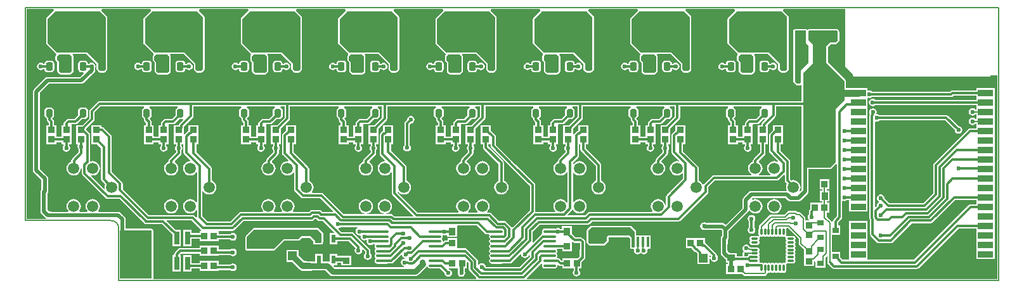
<source format=gtl>
G04*
G04 #@! TF.GenerationSoftware,Altium Limited,Altium Designer,20.0.13 (296)*
G04*
G04 Layer_Physical_Order=1*
G04 Layer_Color=255*
%FSLAX44Y44*%
%MOMM*%
G71*
G01*
G75*
%ADD11C,0.2000*%
%ADD14C,0.3000*%
%ADD16C,0.5000*%
%ADD49R,0.7500X1.8000*%
%ADD50R,3.3500X3.3500*%
%ADD51O,0.3000X0.9500*%
%ADD52O,0.9500X0.3000*%
%ADD53R,4.0000X1.0000*%
%ADD54R,0.4000X1.3500*%
G04:AMPARAMS|DCode=55|XSize=1.55mm|YSize=1.28mm|CornerRadius=0.32mm|HoleSize=0mm|Usage=FLASHONLY|Rotation=90.000|XOffset=0mm|YOffset=0mm|HoleType=Round|Shape=RoundedRectangle|*
%AMROUNDEDRECTD55*
21,1,1.5500,0.6400,0,0,90.0*
21,1,0.9100,1.2800,0,0,90.0*
1,1,0.6400,0.3200,0.4550*
1,1,0.6400,0.3200,-0.4550*
1,1,0.6400,-0.3200,-0.4550*
1,1,0.6400,-0.3200,0.4550*
%
%ADD55ROUNDEDRECTD55*%
G04:AMPARAMS|DCode=56|XSize=1.55mm|YSize=1.25mm|CornerRadius=0.3125mm|HoleSize=0mm|Usage=FLASHONLY|Rotation=90.000|XOffset=0mm|YOffset=0mm|HoleType=Round|Shape=RoundedRectangle|*
%AMROUNDEDRECTD56*
21,1,1.5500,0.6250,0,0,90.0*
21,1,0.9250,1.2500,0,0,90.0*
1,1,0.6250,0.3125,0.4625*
1,1,0.6250,0.3125,-0.4625*
1,1,0.6250,-0.3125,-0.4625*
1,1,0.6250,-0.3125,0.4625*
%
%ADD56ROUNDEDRECTD56*%
%ADD57R,2.0000X0.9000*%
%ADD58R,0.9500X0.8500*%
G04:AMPARAMS|DCode=59|XSize=0.9mm|YSize=1.15mm|CornerRadius=0mm|HoleSize=0mm|Usage=FLASHONLY|Rotation=0.000|XOffset=0mm|YOffset=0mm|HoleType=Round|Shape=Octagon|*
%AMOCTAGOND59*
4,1,8,-0.2250,0.5750,0.2250,0.5750,0.4500,0.3500,0.4500,-0.3500,0.2250,-0.5750,-0.2250,-0.5750,-0.4500,-0.3500,-0.4500,0.3500,-0.2250,0.5750,0.0*
%
%ADD59OCTAGOND59*%

G04:AMPARAMS|DCode=60|XSize=0.9mm|YSize=1.15mm|CornerRadius=0.225mm|HoleSize=0mm|Usage=FLASHONLY|Rotation=0.000|XOffset=0mm|YOffset=0mm|HoleType=Round|Shape=RoundedRectangle|*
%AMROUNDEDRECTD60*
21,1,0.9000,0.7000,0,0,0.0*
21,1,0.4500,1.1500,0,0,0.0*
1,1,0.4500,0.2250,-0.3500*
1,1,0.4500,-0.2250,-0.3500*
1,1,0.4500,-0.2250,0.3500*
1,1,0.4500,0.2250,0.3500*
%
%ADD60ROUNDEDRECTD60*%
%ADD61R,1.0000X4.0000*%
%ADD62R,0.9000X1.0000*%
%ADD63O,1.6500X0.4000*%
%ADD64R,0.8500X0.9500*%
%ADD65R,5.0000X5.0000*%
%ADD66R,1.2000X1.2000*%
%ADD67R,1.0000X0.9000*%
%ADD68R,0.6000X1.1000*%
%ADD69R,0.9000X0.8000*%
%ADD70R,1.2000X1.2000*%
%ADD71R,3.8000X2.0000*%
%ADD72R,1.5000X2.0000*%
%ADD73R,1.4000X1.3000*%
%ADD74C,0.8000*%
%ADD75C,0.9000*%
%ADD76R,4.2000X6.5000*%
%ADD77C,1.5000*%
%ADD78C,3.0000*%
%ADD79O,1.2500X0.9500*%
%ADD80O,0.9500X1.5500*%
%ADD81O,2.5000X1.5000*%
%ADD82R,2.0000X2.0000*%
%ADD83C,0.6000*%
%ADD84C,0.5000*%
G36*
X107500Y352504D02*
X107500Y300004D01*
X107500Y282504D01*
X105000Y280004D01*
X100000D01*
X97500Y282504D01*
Y290004D01*
X82500Y305004D01*
X42500Y305004D01*
X30000Y317504D01*
X30000Y350004D01*
X40000Y360004D01*
X100000Y360004D01*
X107500Y352504D01*
D02*
G37*
G36*
X1017500Y352500D02*
X1017500Y300000D01*
X1017500Y282500D01*
X1015000Y280000D01*
X1010000D01*
X1007500Y282500D01*
Y290000D01*
X992500Y305000D01*
X952500Y305000D01*
X940000Y317500D01*
X940000Y350000D01*
X950000Y360000D01*
X1010000Y360000D01*
X1017500Y352500D01*
D02*
G37*
G36*
X887500D02*
X887500Y300000D01*
X887500Y282500D01*
X885000Y280000D01*
X880000D01*
X877500Y282500D01*
Y290000D01*
X862500Y305000D01*
X822500Y305000D01*
X810000Y317500D01*
X810000Y350000D01*
X820000Y360000D01*
X880000Y360000D01*
X887500Y352500D01*
D02*
G37*
G36*
X757500D02*
X757500Y300000D01*
X757500Y282500D01*
X755000Y280000D01*
X750000D01*
X747500Y282500D01*
Y290000D01*
X732500Y305000D01*
X692500Y305000D01*
X680000Y317500D01*
X680000Y350000D01*
X690000Y360000D01*
X750000Y360000D01*
X757500Y352500D01*
D02*
G37*
G36*
X627500D02*
X627500Y300000D01*
X627500Y282500D01*
X625000Y280000D01*
X620000D01*
X617500Y282500D01*
Y290000D01*
X602500Y305000D01*
X562500Y305000D01*
X550000Y317500D01*
X550000Y350000D01*
X560000Y360000D01*
X620000Y360000D01*
X627500Y352500D01*
D02*
G37*
G36*
X497500D02*
X497500Y300000D01*
X497500Y282500D01*
X495000Y280000D01*
X490000D01*
X487500Y282500D01*
Y290000D01*
X472500Y305000D01*
X432500Y305000D01*
X420000Y317500D01*
X420000Y350000D01*
X430000Y360000D01*
X490000Y360000D01*
X497500Y352500D01*
D02*
G37*
G36*
X367500D02*
X367500Y300000D01*
X367500Y282500D01*
X365000Y280000D01*
X360000D01*
X357500Y282500D01*
Y290000D01*
X342500Y305000D01*
X302500Y305000D01*
X290000Y317500D01*
X290000Y350000D01*
X300000Y360000D01*
X360000Y360000D01*
X367500Y352500D01*
D02*
G37*
G36*
X237500D02*
X237500Y300000D01*
X237500Y282500D01*
X235000Y280000D01*
X230000D01*
X227500Y282500D01*
Y290000D01*
X212500Y305000D01*
X172500Y305000D01*
X160000Y317500D01*
X160000Y350000D01*
X170000Y360000D01*
X230000Y360000D01*
X237500Y352500D01*
D02*
G37*
G36*
X1095000Y286000D02*
X1105461Y275539D01*
Y274900D01*
X1105616Y274120D01*
X1106058Y273458D01*
X1106720Y273016D01*
X1107500Y272861D01*
X1287500D01*
X1288280Y273016D01*
X1288942Y273458D01*
X1289304Y274000D01*
X1297961D01*
Y2039D01*
X670130D01*
X669644Y3212D01*
X688823Y22392D01*
X690548Y22321D01*
X690719Y22120D01*
X690732Y22058D01*
X690232Y21311D01*
X689922Y19750D01*
X690232Y18189D01*
X691116Y16866D01*
X692439Y15982D01*
X694000Y15672D01*
X706500D01*
X708061Y15982D01*
X709384Y16866D01*
X710268Y18189D01*
X710578Y19750D01*
X710497Y20160D01*
X711667Y20786D01*
X711977Y20477D01*
X713134Y19703D01*
X714500Y19431D01*
X717250D01*
Y16250D01*
X729750D01*
Y16250D01*
X730250D01*
Y16250D01*
X732657D01*
Y13879D01*
X732621Y13855D01*
X731516Y12201D01*
X731128Y10250D01*
X731516Y8299D01*
X732621Y6645D01*
X734275Y5540D01*
X736226Y5152D01*
X738177Y5540D01*
X739830Y6645D01*
X740936Y8299D01*
X741324Y10250D01*
X740936Y12201D01*
X739830Y13855D01*
X739794Y13879D01*
Y16250D01*
X742750D01*
Y24203D01*
X746773Y28227D01*
X747547Y29384D01*
X747819Y30750D01*
Y51700D01*
X747547Y53065D01*
X746773Y54223D01*
X744723Y56273D01*
X743565Y57047D01*
X742200Y57319D01*
X735228D01*
X729762Y62785D01*
X729750Y62845D01*
Y72500D01*
X716750D01*
Y68819D01*
X715254D01*
X715230Y68855D01*
X713576Y69960D01*
X711625Y70348D01*
X709674Y69960D01*
X708163Y68950D01*
X708061Y69018D01*
X706500Y69328D01*
X694000D01*
X692439Y69018D01*
X691116Y68134D01*
X690232Y66811D01*
X689922Y65250D01*
X690232Y63689D01*
X690487Y63308D01*
X689902Y61897D01*
X689693Y61856D01*
X688535Y61082D01*
X678294Y50841D01*
X677297Y51634D01*
X677569Y53000D01*
Y65022D01*
X687178Y74631D01*
X751179D01*
X752545Y74903D01*
X753703Y75677D01*
X756957Y78931D01*
X872500D01*
X873866Y79203D01*
X875023Y79977D01*
X911041Y115994D01*
X911815Y117152D01*
X912086Y118518D01*
Y124540D01*
X920978Y133431D01*
X1004000D01*
X1005366Y133703D01*
X1006523Y134477D01*
X1013258Y141211D01*
X1014431Y140725D01*
Y133771D01*
X1014703Y132405D01*
X1015477Y131247D01*
X1017452Y129271D01*
X1016545Y127080D01*
X1016218Y124600D01*
X1016545Y122120D01*
X1017067Y120858D01*
X1016219Y119588D01*
X970000D01*
X968244Y119239D01*
X966756Y118244D01*
X959256Y110744D01*
X958261Y109256D01*
X957912Y107500D01*
Y96901D01*
X935500Y74489D01*
X934380Y75609D01*
X932891Y76604D01*
X931135Y76953D01*
X909123D01*
X908635Y77279D01*
X906684Y77667D01*
X904733Y77279D01*
X903079Y76174D01*
X901974Y74520D01*
X901586Y72569D01*
X901974Y70618D01*
X903079Y68964D01*
X904733Y67859D01*
X906684Y67471D01*
X908220Y67776D01*
X929235D01*
X930412Y66599D01*
Y59401D01*
X930256Y59244D01*
X929261Y57756D01*
X928912Y56000D01*
Y36679D01*
X929261Y34923D01*
X930256Y33435D01*
X934685Y29006D01*
X936000Y28127D01*
Y23750D01*
X938412D01*
Y21750D01*
X936250D01*
Y8250D01*
X948750D01*
Y8250D01*
X949250D01*
Y8250D01*
X957924D01*
X959337Y6837D01*
X960329Y6174D01*
X961500Y5941D01*
X961500Y5941D01*
X986828D01*
X986828Y5941D01*
X987999Y6174D01*
X988991Y6837D01*
X990163Y8009D01*
X990163Y8009D01*
X990826Y9001D01*
X990908Y9411D01*
X991470Y10218D01*
X992329Y10315D01*
X993000Y10181D01*
X994366Y10453D01*
X995500Y11211D01*
X996634Y10453D01*
X998000Y10181D01*
X999366Y10453D01*
X1000500Y11211D01*
X1001634Y10453D01*
X1003000Y10181D01*
X1004366Y10453D01*
X1005500Y11211D01*
X1006634Y10453D01*
X1008000Y10181D01*
X1009366Y10453D01*
X1010500Y11211D01*
X1011634Y10453D01*
X1013000Y10181D01*
X1014366Y10453D01*
X1015523Y11227D01*
X1016297Y12384D01*
X1016569Y13750D01*
Y20250D01*
X1016297Y21616D01*
X1015951Y22133D01*
X1016867Y23049D01*
X1017384Y22703D01*
X1018750Y22431D01*
X1025250D01*
X1026616Y22703D01*
X1027773Y23477D01*
X1028547Y24634D01*
X1028819Y26000D01*
X1028547Y27366D01*
X1027789Y28500D01*
X1028547Y29634D01*
X1028819Y31000D01*
X1028547Y32366D01*
X1027789Y33500D01*
X1028547Y34634D01*
X1028819Y36000D01*
X1028547Y37366D01*
X1027789Y38500D01*
X1028547Y39634D01*
X1028819Y41000D01*
X1028547Y42366D01*
X1027789Y43500D01*
X1028547Y44634D01*
X1028819Y46000D01*
X1028547Y47366D01*
X1027789Y48500D01*
X1028547Y49634D01*
X1028819Y51000D01*
X1028547Y52366D01*
X1027789Y53500D01*
X1028547Y54634D01*
X1028819Y56000D01*
X1028547Y57366D01*
X1027773Y58523D01*
X1026616Y59297D01*
X1025250Y59569D01*
X1018750D01*
X1017384Y59297D01*
X1016867Y58951D01*
X1015951Y59867D01*
X1016297Y60384D01*
X1016569Y61750D01*
Y68250D01*
X1016485Y68671D01*
X1017490Y69941D01*
X1018733D01*
X1032941Y55733D01*
Y49153D01*
X1032941Y49153D01*
X1033174Y47982D01*
X1033837Y46990D01*
X1040250Y40577D01*
Y32500D01*
X1040250Y32500D01*
Y32000D01*
X1040250D01*
X1040250Y31230D01*
Y19500D01*
X1053750D01*
Y25284D01*
X1053849Y25418D01*
X1054230Y25608D01*
X1055500Y24822D01*
Y16750D01*
X1068500D01*
Y25454D01*
X1068559Y25750D01*
Y25750D01*
X1068559Y25750D01*
X1068559Y25750D01*
X1068559Y30534D01*
X1070268Y32242D01*
X1071441Y31756D01*
Y26222D01*
X1071203Y25866D01*
X1070931Y24500D01*
X1071203Y23134D01*
X1071977Y21977D01*
X1077477Y16477D01*
X1078634Y15703D01*
X1080000Y15431D01*
X1191000D01*
X1192366Y15703D01*
X1193523Y16477D01*
X1246478Y69431D01*
X1270500D01*
Y53800D01*
Y41100D01*
Y28400D01*
X1294500D01*
Y41100D01*
Y53800D01*
Y66500D01*
Y79200D01*
Y91900D01*
Y104600D01*
Y117300D01*
Y130000D01*
Y142700D01*
Y155400D01*
Y168100D01*
Y180800D01*
Y193500D01*
Y206200D01*
Y218900D01*
Y231600D01*
Y244300D01*
Y257300D01*
X1270500D01*
Y254369D01*
X1238300D01*
X1236934Y254097D01*
X1235777Y253323D01*
X1235092Y252639D01*
X1215930D01*
X1215929Y252639D01*
X1131129D01*
X1131105Y252675D01*
X1129451Y253780D01*
X1127500Y254169D01*
X1125770Y253824D01*
X1124500Y254491D01*
Y257300D01*
X1112926D01*
X1112500Y257356D01*
X1096039D01*
Y267000D01*
X1096039Y267000D01*
X1095884Y267780D01*
X1095442Y268442D01*
X1072039Y291845D01*
Y312155D01*
X1075845Y315961D01*
X1082000D01*
X1082000Y315961D01*
X1082780Y316116D01*
X1083442Y316558D01*
X1083442Y316558D01*
X1086442Y319558D01*
X1086884Y320220D01*
X1087039Y321000D01*
Y333000D01*
X1087039Y333000D01*
X1086884Y333780D01*
X1086442Y334442D01*
X1086442Y334442D01*
X1085442Y335442D01*
X1084780Y335884D01*
X1084000Y336039D01*
X1047000D01*
X1047000Y336039D01*
X1046220Y335884D01*
X1045558Y335442D01*
X1045558Y335442D01*
X1045467Y335351D01*
X1045238Y335351D01*
X1044000Y335500D01*
D01*
X1043556Y335737D01*
X1043280Y335884D01*
X1042919Y335956D01*
X1042500Y336039D01*
X1028000D01*
X1027220Y335884D01*
X1026645Y335500D01*
X1026000D01*
Y334197D01*
X1025961Y334000D01*
Y266000D01*
X1025961Y266000D01*
X1026116Y265220D01*
X1026558Y264558D01*
X1029558Y261558D01*
X1029558Y261558D01*
X1030220Y261116D01*
X1031000Y260961D01*
X1034000Y260961D01*
X1034780Y261116D01*
X1035442Y261558D01*
X1035442Y261558D01*
X1035788Y261904D01*
X1036961Y261418D01*
Y239569D01*
X99000D01*
X97634Y239297D01*
X96477Y238523D01*
X86477Y228523D01*
X85703Y227366D01*
X85431Y226000D01*
Y216982D01*
X76203Y207754D01*
X68250D01*
Y196024D01*
X68250Y195254D01*
X68250D01*
Y194754D01*
X68250D01*
Y182254D01*
X69814D01*
X70412Y181134D01*
X70290Y180951D01*
X69902Y179000D01*
X70290Y177049D01*
X71395Y175395D01*
X71431Y175371D01*
Y171482D01*
X62719Y162770D01*
X61946Y161612D01*
X61674Y160246D01*
Y158909D01*
X60209Y158302D01*
X58225Y156779D01*
X56702Y154795D01*
X55745Y152484D01*
X55418Y150004D01*
X55745Y147524D01*
X56702Y145213D01*
X58225Y143228D01*
X60209Y141706D01*
X62520Y140748D01*
X65000Y140422D01*
X67480Y140748D01*
X69791Y141706D01*
X71775Y143228D01*
X73298Y145213D01*
X74255Y147524D01*
X74561Y149848D01*
X75831Y149765D01*
Y143100D01*
X76103Y141734D01*
X76877Y140577D01*
X107477Y109977D01*
X108634Y109203D01*
X110000Y108931D01*
X126022D01*
X157477Y77477D01*
X158634Y76703D01*
X158690Y76692D01*
X158906Y76477D01*
X160063Y75703D01*
X161429Y75431D01*
X182514D01*
X196469Y61477D01*
X196500Y61456D01*
Y45500D01*
X208000D01*
Y67500D01*
X200539D01*
X188781Y79258D01*
X189267Y80431D01*
X222022D01*
X234933Y67520D01*
X234924Y67334D01*
X234527Y66250D01*
X232750D01*
Y63069D01*
X222500D01*
Y67500D01*
X211000D01*
Y45500D01*
X222500D01*
Y55932D01*
X232750D01*
Y52750D01*
X244480D01*
X245250Y52750D01*
X246520Y52750D01*
X258250D01*
Y54882D01*
X273871D01*
X273895Y54846D01*
X275549Y53741D01*
X277500Y53353D01*
X279451Y53741D01*
X281105Y54846D01*
X282210Y56500D01*
X282598Y58451D01*
X282210Y60402D01*
X281105Y62056D01*
X279451Y63161D01*
X277500Y63549D01*
X275549Y63161D01*
X273895Y62056D01*
X273871Y62020D01*
X258250D01*
X258250Y66250D01*
X259445Y66431D01*
X277500D01*
X278866Y66703D01*
X280023Y67477D01*
X291978Y79431D01*
X382808D01*
X384173Y79703D01*
X385331Y80477D01*
X386786Y81931D01*
X389214D01*
X390669Y80477D01*
X391827Y79703D01*
X393192Y79431D01*
X397522D01*
X412280Y64673D01*
X411794Y63500D01*
X406502D01*
Y48500D01*
X416502D01*
Y52155D01*
X416557Y52432D01*
X432522D01*
X441376Y43577D01*
X440290Y41951D01*
X439902Y40000D01*
X440290Y38049D01*
X441395Y36395D01*
X443049Y35290D01*
X445000Y34902D01*
X446951Y35290D01*
X448605Y36395D01*
X449710Y38049D01*
X450098Y40000D01*
X449959Y40698D01*
X451129Y41324D01*
X453931Y38522D01*
Y36129D01*
X453895Y36105D01*
X452790Y34451D01*
X452402Y32500D01*
X452790Y30549D01*
X453895Y28895D01*
X455549Y27790D01*
X457500Y27402D01*
X459451Y27790D01*
X461105Y28895D01*
X462210Y30549D01*
X462598Y32500D01*
X462210Y34451D01*
X461105Y36105D01*
X461069Y36129D01*
Y40000D01*
X460797Y41366D01*
X460023Y42523D01*
X439023Y63523D01*
X437866Y64297D01*
X436500Y64569D01*
X422478D01*
X418367Y68680D01*
X418785Y70058D01*
X419951Y70290D01*
X421605Y71395D01*
X421629Y71431D01*
X444123D01*
X444328Y70177D01*
X442675Y69072D01*
X441570Y67418D01*
X441181Y65468D01*
X441570Y63517D01*
X442675Y61863D01*
X444328Y60758D01*
X446279Y60370D01*
X446956Y60504D01*
X448036Y59424D01*
X447902Y58750D01*
X448290Y56799D01*
X449395Y55145D01*
X451049Y54040D01*
X453000Y53652D01*
X454951Y54040D01*
X455253Y54242D01*
X456396Y53478D01*
X456152Y52250D01*
X456540Y50299D01*
X457645Y48645D01*
X459299Y47540D01*
X461250Y47152D01*
X463201Y47540D01*
X464855Y48645D01*
X464879Y48681D01*
X466121D01*
X466799Y47411D01*
X466732Y47311D01*
X466422Y45750D01*
X466732Y44189D01*
X467616Y42866D01*
Y42134D01*
X466732Y40811D01*
X466422Y39250D01*
X466732Y37689D01*
X467616Y36366D01*
Y35634D01*
X466732Y34311D01*
X466422Y32750D01*
X466732Y31189D01*
X467616Y29866D01*
Y29134D01*
X466732Y27811D01*
X466422Y26250D01*
X466732Y24689D01*
X467616Y23366D01*
X468939Y22482D01*
X470500Y22172D01*
X483000D01*
X484561Y22482D01*
X484859Y22681D01*
X489250D01*
X490616Y22953D01*
X491773Y23727D01*
X501973Y33927D01*
X503189Y33558D01*
X503290Y33049D01*
X504395Y31395D01*
X506049Y30290D01*
X506266Y30247D01*
Y28952D01*
X505049Y28710D01*
X503395Y27605D01*
X502290Y25951D01*
X501902Y24000D01*
X502290Y22049D01*
X503395Y20395D01*
X505049Y19290D01*
X505816Y19138D01*
X505691Y17867D01*
X413300D01*
X411841Y19327D01*
X412327Y20500D01*
X416502D01*
Y23412D01*
X422250D01*
Y20250D01*
X435750D01*
Y32750D01*
X422250D01*
Y32588D01*
X416502D01*
Y35500D01*
X406502D01*
Y25716D01*
X405232Y24977D01*
X403266Y25368D01*
X397501D01*
Y35500D01*
X387502D01*
Y25368D01*
X383000D01*
Y25750D01*
X376091D01*
X375500Y25868D01*
X372484D01*
X365000Y33352D01*
Y40700D01*
X349000D01*
Y24700D01*
X356348D01*
X365624Y15424D01*
X367609Y14098D01*
X369000Y13821D01*
Y12750D01*
X383000D01*
Y13132D01*
X400732D01*
X406441Y7424D01*
X408425Y6098D01*
X410766Y5632D01*
X520750D01*
X523091Y6098D01*
X525076Y7424D01*
X535451Y17799D01*
X535885Y18450D01*
X537232Y18189D01*
X538116Y16866D01*
X539439Y15982D01*
X541000Y15672D01*
X553500D01*
X554152Y15801D01*
X559911Y10043D01*
X559902Y10000D01*
X560290Y8049D01*
X561395Y6395D01*
X563049Y5290D01*
X565000Y4902D01*
X566951Y5290D01*
X568605Y6395D01*
X569710Y8049D01*
X570098Y10000D01*
X569710Y11951D01*
X568605Y13605D01*
X566951Y14710D01*
X565593Y14980D01*
X565718Y16250D01*
X576750D01*
X576750Y16250D01*
X577912Y15989D01*
Y12133D01*
X577790Y11951D01*
X577402Y10000D01*
X577790Y8049D01*
X578895Y6395D01*
X580549Y5290D01*
X582500Y4902D01*
X584451Y5290D01*
X586105Y6395D01*
X587210Y8049D01*
X587598Y10000D01*
X587210Y11951D01*
X587088Y12133D01*
Y16250D01*
X589750D01*
Y23994D01*
X590923Y24480D01*
X592431Y22972D01*
Y14929D01*
X592703Y13563D01*
X593477Y12406D01*
X602670Y3212D01*
X602184Y2039D01*
X171039D01*
Y67000D01*
X170884Y67780D01*
X170442Y68442D01*
X169780Y68884D01*
X169000Y69039D01*
X134088D01*
Y81864D01*
X133739Y83620D01*
X132744Y85108D01*
X127404Y90448D01*
X125916Y91443D01*
X124160Y91792D01*
X98288D01*
X97662Y93062D01*
X98698Y94413D01*
X99656Y96724D01*
X99982Y99204D01*
X99656Y101684D01*
X98698Y103995D01*
X97176Y105979D01*
X95191Y107502D01*
X92880Y108459D01*
X90400Y108786D01*
X87920Y108459D01*
X85609Y107502D01*
X83625Y105979D01*
X82102Y103995D01*
X81145Y101684D01*
X80818Y99204D01*
X81145Y96724D01*
X82102Y94413D01*
X83138Y93062D01*
X82512Y91792D01*
X72888D01*
X72262Y93062D01*
X73298Y94413D01*
X74255Y96724D01*
X74582Y99204D01*
X74255Y101684D01*
X73298Y103995D01*
X71775Y105979D01*
X69791Y107502D01*
X67480Y108459D01*
X65000Y108786D01*
X62520Y108459D01*
X60209Y107502D01*
X58225Y105979D01*
X56702Y103995D01*
X55745Y101684D01*
X55418Y99204D01*
X55745Y96724D01*
X56702Y94413D01*
X57738Y93062D01*
X57112Y91792D01*
X35822D01*
X34333Y92088D01*
X31900D01*
X29588Y94401D01*
Y116604D01*
X30439Y117877D01*
X30788Y119633D01*
Y136300D01*
X30439Y138056D01*
X29444Y139544D01*
X19588Y149401D01*
Y250599D01*
X31900Y262912D01*
X75000D01*
X76756Y263261D01*
X78244Y264256D01*
X92044Y278056D01*
X93039Y279544D01*
X93388Y281300D01*
Y284121D01*
X93510Y284303D01*
X93898Y286254D01*
X93510Y288205D01*
X92405Y289859D01*
X90751Y290964D01*
X88800Y291352D01*
X86849Y290964D01*
X85195Y289859D01*
X85171Y289822D01*
X83870D01*
X83553Y291412D01*
X82614Y292818D01*
X81208Y293757D01*
X79550Y294087D01*
X75050D01*
X73392Y293757D01*
X71986Y292818D01*
X71047Y291412D01*
X70717Y289754D01*
Y283029D01*
X70712Y283004D01*
X70717Y282979D01*
Y282754D01*
X71047Y281096D01*
X71986Y279690D01*
X73392Y278750D01*
X75050Y278421D01*
X75275D01*
X75300Y278416D01*
X75325Y278421D01*
X77773D01*
X78259Y277247D01*
X73099Y272088D01*
X30000D01*
X28244Y271739D01*
X26756Y270744D01*
X11756Y255744D01*
X10761Y254256D01*
X10412Y252500D01*
Y147500D01*
X10761Y145744D01*
X11756Y144256D01*
X21612Y134399D01*
Y121462D01*
X20761Y120189D01*
X20412Y118433D01*
Y92500D01*
X20761Y90744D01*
X21756Y89256D01*
X26756Y84256D01*
X28172Y83309D01*
X28187Y83216D01*
X27584Y82039D01*
X2039D01*
Y362961D01*
X37245D01*
X38000Y362004D01*
X38000Y361691D01*
Y360888D01*
X28558Y351446D01*
X28116Y350784D01*
X27961Y350004D01*
X27961Y317504D01*
X28116Y316723D01*
X28558Y316062D01*
X41058Y303562D01*
X41058Y303562D01*
X41250Y303434D01*
X41531Y302120D01*
X41484Y301872D01*
X41058Y301446D01*
X40616Y300784D01*
X40461Y300004D01*
X40461Y295004D01*
X40461Y295004D01*
X40616Y294223D01*
X41058Y293562D01*
X41058Y293562D01*
X42961Y291659D01*
Y280004D01*
X42961Y280004D01*
X43116Y279223D01*
X43558Y278562D01*
X46058Y276062D01*
X46720Y275620D01*
X47500Y275465D01*
X60000D01*
X60780Y275620D01*
X61442Y276062D01*
X61442Y276062D01*
X63942Y278562D01*
X64384Y279223D01*
X64539Y280004D01*
Y300004D01*
X64384Y300784D01*
X63942Y301446D01*
X63942Y301446D01*
X63596Y301791D01*
X64082Y302965D01*
X81655D01*
X95461Y289159D01*
Y282504D01*
X95616Y281723D01*
X96058Y281062D01*
X96058Y281062D01*
X97297Y279823D01*
X97386Y279690D01*
X97519Y279601D01*
X98558Y278562D01*
X99220Y278120D01*
X100000Y277965D01*
X105000D01*
X105000Y277965D01*
X105780Y278120D01*
X106442Y278562D01*
X106675Y278795D01*
X108014Y279690D01*
X108909Y281029D01*
X108942Y281062D01*
X109384Y281723D01*
X109539Y282504D01*
X109539Y300004D01*
X109539Y352504D01*
X109384Y353284D01*
X108942Y353946D01*
X108942Y353946D01*
X102000Y360888D01*
X102000Y362004D01*
X102755Y362961D01*
X167254D01*
X168000Y362000D01*
X168000Y361691D01*
Y360884D01*
X158558Y351442D01*
X158116Y350780D01*
X157961Y350000D01*
X157961Y317500D01*
X158116Y316719D01*
X158558Y316058D01*
X171058Y303558D01*
X171058Y303558D01*
X171250Y303430D01*
X171531Y302116D01*
X171484Y301868D01*
X171058Y301442D01*
X170616Y300780D01*
X170461Y300000D01*
X170461Y295000D01*
X170461Y295000D01*
X170616Y294220D01*
X171058Y293558D01*
X171058Y293558D01*
X172961Y291655D01*
Y280000D01*
X172961Y280000D01*
X173116Y279220D01*
X173558Y278558D01*
X176058Y276058D01*
X176720Y275616D01*
X177500Y275461D01*
X190000D01*
X190780Y275616D01*
X191442Y276058D01*
X191442Y276058D01*
X193942Y278558D01*
X194384Y279220D01*
X194539Y280000D01*
Y300000D01*
X194384Y300780D01*
X193942Y301442D01*
X193942Y301442D01*
X193596Y301787D01*
X194082Y302961D01*
X211655D01*
X225461Y289155D01*
Y282500D01*
X225616Y281720D01*
X226058Y281058D01*
X226058Y281058D01*
X227297Y279819D01*
X227386Y279686D01*
X227519Y279597D01*
X228558Y278558D01*
X229220Y278116D01*
X230000Y277961D01*
X235000D01*
X235000Y277961D01*
X235780Y278116D01*
X236442Y278558D01*
X236675Y278791D01*
X238014Y279686D01*
X238909Y281025D01*
X238942Y281058D01*
X239384Y281720D01*
X239539Y282500D01*
X239539Y300000D01*
X239539Y352500D01*
X239384Y353280D01*
X238942Y353942D01*
X238942Y353942D01*
X232000Y360884D01*
X232000Y362000D01*
X232746Y362961D01*
X297254D01*
X298000Y362000D01*
X298000Y361691D01*
Y360884D01*
X288558Y351442D01*
X288116Y350780D01*
X287961Y350000D01*
X287961Y317500D01*
X288116Y316719D01*
X288558Y316058D01*
X301058Y303558D01*
X301058Y303558D01*
X301250Y303430D01*
X301531Y302116D01*
X301484Y301868D01*
X301058Y301442D01*
X300616Y300780D01*
X300461Y300000D01*
X300461Y295000D01*
X300461Y295000D01*
X300616Y294220D01*
X301058Y293558D01*
X301058Y293558D01*
X302961Y291655D01*
Y280000D01*
X302961Y280000D01*
X303116Y279220D01*
X303558Y278558D01*
X306058Y276058D01*
X306720Y275616D01*
X307500Y275461D01*
X320000D01*
X320780Y275616D01*
X321442Y276058D01*
X321442Y276058D01*
X323942Y278558D01*
X324384Y279220D01*
X324539Y280000D01*
Y300000D01*
X324384Y300780D01*
X323942Y301442D01*
X323942Y301442D01*
X323596Y301787D01*
X324082Y302961D01*
X341655D01*
X355461Y289155D01*
Y282500D01*
X355616Y281720D01*
X356058Y281058D01*
X356058Y281058D01*
X357297Y279819D01*
X357386Y279686D01*
X357519Y279597D01*
X358558Y278558D01*
X359220Y278116D01*
X360000Y277961D01*
X365000D01*
X365000Y277961D01*
X365780Y278116D01*
X366442Y278558D01*
X366675Y278791D01*
X368014Y279686D01*
X368909Y281025D01*
X368942Y281058D01*
X369384Y281720D01*
X369539Y282500D01*
X369539Y300000D01*
X369539Y352500D01*
X369384Y353280D01*
X368942Y353942D01*
X368942Y353942D01*
X362000Y360884D01*
X362000Y362000D01*
X362746Y362961D01*
X427254D01*
X428000Y362000D01*
X428000Y361691D01*
Y360884D01*
X418558Y351442D01*
X418116Y350780D01*
X417961Y350000D01*
X417961Y317500D01*
X418116Y316719D01*
X418558Y316058D01*
X431058Y303558D01*
X431058Y303558D01*
X431250Y303430D01*
X431531Y302116D01*
X431484Y301868D01*
X431058Y301442D01*
X430616Y300780D01*
X430461Y300000D01*
X430461Y295000D01*
X430461Y295000D01*
X430616Y294220D01*
X431058Y293558D01*
X431058Y293558D01*
X432961Y291655D01*
Y280000D01*
X432961Y280000D01*
X433116Y279220D01*
X433558Y278558D01*
X436058Y276058D01*
X436720Y275616D01*
X437500Y275461D01*
X450000D01*
X450780Y275616D01*
X451442Y276058D01*
X451442Y276058D01*
X453942Y278558D01*
X454384Y279220D01*
X454539Y280000D01*
Y300000D01*
X454384Y300780D01*
X453942Y301442D01*
X453942Y301442D01*
X453596Y301787D01*
X454082Y302961D01*
X471655D01*
X485461Y289155D01*
Y282500D01*
X485616Y281720D01*
X486058Y281058D01*
X486058Y281058D01*
X487297Y279819D01*
X487386Y279686D01*
X487519Y279597D01*
X488558Y278558D01*
X489220Y278116D01*
X490000Y277961D01*
X495000D01*
X495000Y277961D01*
X495780Y278116D01*
X496442Y278558D01*
X496675Y278791D01*
X498014Y279686D01*
X498909Y281025D01*
X498942Y281058D01*
X499384Y281720D01*
X499539Y282500D01*
X499539Y300000D01*
X499539Y352500D01*
X499384Y353280D01*
X498942Y353942D01*
X498942Y353942D01*
X492000Y360884D01*
X492000Y362000D01*
X492746Y362961D01*
X557254D01*
X558000Y362000D01*
X558000Y361691D01*
Y360884D01*
X548558Y351442D01*
X548116Y350780D01*
X547961Y350000D01*
X547961Y317500D01*
X548116Y316719D01*
X548558Y316058D01*
X561058Y303558D01*
X561058Y303558D01*
X561250Y303430D01*
X561531Y302116D01*
X561484Y301868D01*
X561058Y301442D01*
X560616Y300780D01*
X560461Y300000D01*
X560461Y295000D01*
X560461Y295000D01*
X560616Y294220D01*
X561058Y293558D01*
X561058Y293558D01*
X562961Y291655D01*
Y280000D01*
X562961Y280000D01*
X563116Y279220D01*
X563558Y278558D01*
X566058Y276058D01*
X566720Y275616D01*
X567500Y275461D01*
X580000D01*
X580780Y275616D01*
X581442Y276058D01*
X581442Y276058D01*
X583942Y278558D01*
X584384Y279220D01*
X584539Y280000D01*
Y300000D01*
X584384Y300780D01*
X583942Y301442D01*
X583942Y301442D01*
X583596Y301787D01*
X584082Y302961D01*
X601655D01*
X615461Y289155D01*
Y282500D01*
X615616Y281720D01*
X616058Y281058D01*
X616058Y281058D01*
X617297Y279819D01*
X617386Y279686D01*
X617519Y279597D01*
X618558Y278558D01*
X619220Y278116D01*
X620000Y277961D01*
X625000D01*
X625000Y277961D01*
X625780Y278116D01*
X626442Y278558D01*
X626675Y278791D01*
X628014Y279686D01*
X628909Y281025D01*
X628942Y281058D01*
X629384Y281720D01*
X629539Y282500D01*
X629539Y300000D01*
X629539Y352500D01*
X629384Y353280D01*
X628942Y353942D01*
X628942Y353942D01*
X622000Y360884D01*
X622000Y362000D01*
X622746Y362961D01*
X687254D01*
X688000Y362000D01*
X688000Y361691D01*
Y360884D01*
X678558Y351442D01*
X678116Y350780D01*
X677961Y350000D01*
X677961Y317500D01*
X678116Y316719D01*
X678558Y316058D01*
X691058Y303558D01*
X691058Y303558D01*
X691250Y303430D01*
X691531Y302116D01*
X691484Y301868D01*
X691058Y301442D01*
X690616Y300780D01*
X690461Y300000D01*
X690461Y295000D01*
X690461Y295000D01*
X690616Y294220D01*
X691058Y293558D01*
X691058Y293558D01*
X692961Y291655D01*
Y280000D01*
X692961Y280000D01*
X693116Y279220D01*
X693558Y278558D01*
X696058Y276058D01*
X696720Y275616D01*
X697500Y275461D01*
X710000D01*
X710780Y275616D01*
X711442Y276058D01*
X711442Y276058D01*
X713942Y278558D01*
X714384Y279220D01*
X714539Y280000D01*
Y300000D01*
X714384Y300780D01*
X713942Y301442D01*
X713942Y301442D01*
X713596Y301787D01*
X714082Y302961D01*
X731655D01*
X745461Y289155D01*
Y282500D01*
X745616Y281720D01*
X746058Y281058D01*
X746058Y281058D01*
X747297Y279819D01*
X747386Y279686D01*
X747519Y279597D01*
X748558Y278558D01*
X749220Y278116D01*
X750000Y277961D01*
X755000D01*
X755000Y277961D01*
X755780Y278116D01*
X756442Y278558D01*
X756675Y278791D01*
X758014Y279686D01*
X758909Y281025D01*
X758942Y281058D01*
X759384Y281720D01*
X759539Y282500D01*
X759539Y300000D01*
X759539Y352500D01*
X759384Y353280D01*
X758942Y353942D01*
X758942Y353942D01*
X752000Y360884D01*
X752000Y362000D01*
X752746Y362961D01*
X817254D01*
X818000Y362000D01*
X818000Y361691D01*
Y360884D01*
X808558Y351442D01*
X808116Y350780D01*
X807961Y350000D01*
X807961Y317500D01*
X808116Y316719D01*
X808558Y316058D01*
X821058Y303558D01*
X821058Y303558D01*
X821250Y303430D01*
X821531Y302116D01*
X821484Y301868D01*
X821058Y301442D01*
X820616Y300780D01*
X820461Y300000D01*
X820461Y295000D01*
X820461Y295000D01*
X820616Y294220D01*
X821058Y293558D01*
X821058Y293558D01*
X822961Y291655D01*
Y280000D01*
X822961Y280000D01*
X823116Y279220D01*
X823558Y278558D01*
X826058Y276058D01*
X826720Y275616D01*
X827500Y275461D01*
X840000D01*
X840780Y275616D01*
X841442Y276058D01*
X841442Y276058D01*
X843942Y278558D01*
X844384Y279220D01*
X844539Y280000D01*
Y300000D01*
X844384Y300780D01*
X843942Y301442D01*
X843942Y301442D01*
X843596Y301787D01*
X844082Y302961D01*
X861655D01*
X875461Y289155D01*
Y282500D01*
X875616Y281720D01*
X876058Y281058D01*
X876058Y281058D01*
X877297Y279819D01*
X877386Y279686D01*
X877519Y279597D01*
X878558Y278558D01*
X879220Y278116D01*
X880000Y277961D01*
X885000D01*
X885000Y277961D01*
X885780Y278116D01*
X886442Y278558D01*
X886675Y278791D01*
X888014Y279686D01*
X888909Y281025D01*
X888942Y281058D01*
X889384Y281720D01*
X889539Y282500D01*
X889539Y300000D01*
X889539Y352500D01*
X889384Y353280D01*
X888942Y353942D01*
X888942Y353942D01*
X882000Y360884D01*
X882000Y362000D01*
X882746Y362961D01*
X947254D01*
X948000Y362000D01*
X948000Y361691D01*
Y360884D01*
X938558Y351442D01*
X938116Y350780D01*
X937961Y350000D01*
X937961Y317500D01*
X938116Y316719D01*
X938558Y316058D01*
X951058Y303558D01*
X951058Y303558D01*
X951250Y303430D01*
X951531Y302116D01*
X951484Y301868D01*
X951058Y301442D01*
X950616Y300780D01*
X950461Y300000D01*
X950461Y295000D01*
X950461Y295000D01*
X950616Y294220D01*
X951058Y293558D01*
X951058Y293558D01*
X952961Y291655D01*
Y280000D01*
X952961Y280000D01*
X953116Y279220D01*
X953558Y278558D01*
X956058Y276058D01*
X956720Y275616D01*
X957500Y275461D01*
X970000D01*
X970780Y275616D01*
X971442Y276058D01*
X971442Y276058D01*
X973942Y278558D01*
X974384Y279220D01*
X974539Y280000D01*
Y300000D01*
X974384Y300780D01*
X973942Y301442D01*
X973942Y301442D01*
X973596Y301787D01*
X974082Y302961D01*
X991655D01*
X1005461Y289155D01*
Y282500D01*
X1005616Y281720D01*
X1006058Y281058D01*
X1006058Y281058D01*
X1007297Y279819D01*
X1007386Y279686D01*
X1007519Y279597D01*
X1008558Y278558D01*
X1009220Y278116D01*
X1010000Y277961D01*
X1015000D01*
X1015000Y277961D01*
X1015780Y278116D01*
X1016442Y278558D01*
X1016675Y278791D01*
X1018014Y279686D01*
X1018909Y281025D01*
X1018942Y281058D01*
X1019384Y281720D01*
X1019539Y282500D01*
X1019539Y300000D01*
X1019539Y352500D01*
X1019384Y353280D01*
X1018942Y353942D01*
X1018942Y353942D01*
X1012000Y360884D01*
X1012000Y362000D01*
X1012746Y362961D01*
X1095000D01*
Y286000D01*
D02*
G37*
G36*
X60000Y302504D02*
X62500Y300004D01*
Y280004D01*
X60000Y277504D01*
X47500D01*
X45000Y280004D01*
Y292504D01*
X42500Y295004D01*
X42500Y300004D01*
X45000Y302504D01*
X60000Y302504D01*
D02*
G37*
G36*
X970000Y302500D02*
X972500Y300000D01*
Y280000D01*
X970000Y277500D01*
X957500D01*
X955000Y280000D01*
Y292500D01*
X952500Y295000D01*
X952500Y300000D01*
X955000Y302500D01*
X970000Y302500D01*
D02*
G37*
G36*
X840000D02*
X842500Y300000D01*
Y280000D01*
X840000Y277500D01*
X827500D01*
X825000Y280000D01*
Y292500D01*
X822500Y295000D01*
X822500Y300000D01*
X825000Y302500D01*
X840000Y302500D01*
D02*
G37*
G36*
X710000D02*
X712500Y300000D01*
Y280000D01*
X710000Y277500D01*
X697500D01*
X695000Y280000D01*
Y292500D01*
X692500Y295000D01*
X692500Y300000D01*
X695000Y302500D01*
X710000Y302500D01*
D02*
G37*
G36*
X580000D02*
X582500Y300000D01*
Y280000D01*
X580000Y277500D01*
X567500D01*
X565000Y280000D01*
Y292500D01*
X562500Y295000D01*
X562500Y300000D01*
X565000Y302500D01*
X580000Y302500D01*
D02*
G37*
G36*
X450000D02*
X452500Y300000D01*
Y280000D01*
X450000Y277500D01*
X437500D01*
X435000Y280000D01*
Y292500D01*
X432500Y295000D01*
X432500Y300000D01*
X435000Y302500D01*
X450000Y302500D01*
D02*
G37*
G36*
X320000D02*
X322500Y300000D01*
Y280000D01*
X320000Y277500D01*
X307500D01*
X305000Y280000D01*
Y292500D01*
X302500Y295000D01*
X302500Y300000D01*
X305000Y302500D01*
X320000Y302500D01*
D02*
G37*
G36*
X190000D02*
X192500Y300000D01*
Y280000D01*
X190000Y277500D01*
X177500D01*
X175000Y280000D01*
Y292500D01*
X172500Y295000D01*
X172500Y300000D01*
X175000Y302500D01*
X190000Y302500D01*
D02*
G37*
G36*
X1042500Y317500D02*
X1046000Y314000D01*
Y291000D01*
X1036000Y281000D01*
X1036000Y265000D01*
X1034000Y263000D01*
X1031000Y263000D01*
X1028000Y266000D01*
Y334000D01*
X1042500D01*
Y317500D01*
D02*
G37*
G36*
X1270500Y241669D02*
X1135246D01*
X1135239Y241679D01*
X1133586Y242784D01*
X1131635Y243172D01*
X1129684Y242784D01*
X1128030Y241679D01*
X1126925Y240025D01*
X1126537Y238074D01*
X1126925Y236123D01*
X1128030Y234469D01*
X1129684Y233364D01*
X1131635Y232976D01*
X1133586Y233364D01*
X1135239Y234469D01*
X1135281Y234531D01*
X1270500D01*
Y228459D01*
X1269170D01*
X1268805Y229005D01*
X1267151Y230110D01*
X1265200Y230498D01*
X1263249Y230110D01*
X1261595Y229005D01*
X1260490Y227351D01*
X1260102Y225400D01*
X1260490Y223449D01*
X1261595Y221795D01*
X1263249Y220690D01*
X1265200Y220302D01*
X1267151Y220690D01*
X1268805Y221795D01*
X1269170Y222341D01*
X1270500D01*
Y215759D01*
X1269170D01*
X1268805Y216305D01*
X1267151Y217410D01*
X1265200Y217798D01*
X1263249Y217410D01*
X1261595Y216305D01*
X1260490Y214651D01*
X1260102Y212700D01*
X1260490Y210749D01*
X1261595Y209095D01*
X1263249Y207990D01*
X1265200Y207602D01*
X1267151Y207990D01*
X1268805Y209095D01*
X1269170Y209641D01*
X1270500D01*
Y203569D01*
X1262000D01*
X1260634Y203297D01*
X1259477Y202523D01*
X1213477Y156523D01*
X1212703Y155366D01*
X1212431Y154000D01*
Y116478D01*
X1199522Y103569D01*
X1153978D01*
X1147589Y109957D01*
X1147598Y110000D01*
X1147210Y111951D01*
X1146105Y113605D01*
X1144451Y114710D01*
X1142500Y115098D01*
X1140549Y114710D01*
X1138895Y113605D01*
X1137790Y111951D01*
X1137402Y110000D01*
X1137790Y108049D01*
X1138895Y106395D01*
X1140094Y105594D01*
X1140120Y104986D01*
X1139992Y104205D01*
X1138495Y103205D01*
X1137390Y101551D01*
X1137002Y99600D01*
X1137011Y99557D01*
X1135742Y98289D01*
X1134569Y98775D01*
Y212034D01*
X1135839Y212733D01*
X1137500Y212402D01*
X1139451Y212790D01*
X1141105Y213895D01*
X1141129Y213931D01*
X1228522D01*
X1241161Y201293D01*
X1241152Y201250D01*
X1241540Y199299D01*
X1242645Y197645D01*
X1244299Y196540D01*
X1246250Y196152D01*
X1248201Y196540D01*
X1249855Y197645D01*
X1250960Y199299D01*
X1251348Y201250D01*
X1250960Y203201D01*
X1249855Y204855D01*
X1248201Y205960D01*
X1246250Y206348D01*
X1246207Y206339D01*
X1232523Y220023D01*
X1231366Y220797D01*
X1230000Y221069D01*
X1141129D01*
X1141105Y221105D01*
X1139451Y222210D01*
X1137804Y222537D01*
X1137439Y222708D01*
X1136852Y223764D01*
X1137098Y225000D01*
X1136710Y226951D01*
X1135605Y228605D01*
X1133951Y229710D01*
X1132000Y230098D01*
X1130049Y229710D01*
X1128395Y228605D01*
X1127290Y226951D01*
X1126902Y225000D01*
X1127290Y223049D01*
X1127995Y221994D01*
X1127703Y221558D01*
X1127431Y220192D01*
Y82737D01*
X1127703Y81371D01*
X1128232Y80580D01*
Y61507D01*
X1128503Y60142D01*
X1129277Y58984D01*
X1137284Y50977D01*
X1138442Y50203D01*
X1139808Y49931D01*
X1156000D01*
X1157366Y50203D01*
X1158523Y50977D01*
X1183978Y76431D01*
X1209284D01*
X1210650Y76703D01*
X1211807Y77477D01*
X1241862Y107531D01*
X1270500D01*
Y101969D01*
X1262400D01*
X1261034Y101697D01*
X1259877Y100923D01*
X1186522Y27569D01*
X1125426D01*
X1124500Y28400D01*
X1124500Y28839D01*
Y41100D01*
Y53800D01*
Y66500D01*
Y79500D01*
X1100500D01*
Y66500D01*
Y53800D01*
Y41100D01*
Y28839D01*
X1100500Y28400D01*
X1099574Y27569D01*
X1091728D01*
X1088500Y30797D01*
Y38250D01*
X1077559D01*
Y61250D01*
X1088500D01*
Y73250D01*
X1085569D01*
Y77522D01*
X1090023Y81977D01*
X1090797Y83134D01*
X1091069Y84500D01*
Y105634D01*
X1092339Y106333D01*
X1094000Y106002D01*
X1095951Y106390D01*
X1097605Y107495D01*
X1097629Y107531D01*
X1100500D01*
Y91900D01*
X1124500D01*
Y104600D01*
Y117300D01*
Y130000D01*
Y142700D01*
Y155400D01*
Y168100D01*
Y180800D01*
Y193500D01*
Y206200D01*
Y218900D01*
Y231600D01*
Y243534D01*
X1124949Y243888D01*
X1125759Y244317D01*
X1125770Y244317D01*
X1127500Y243973D01*
X1129451Y244361D01*
X1131105Y245466D01*
X1131129Y245502D01*
X1215929D01*
X1215929Y245502D01*
X1236571D01*
X1237936Y245774D01*
X1239094Y246547D01*
X1239778Y247231D01*
X1270500D01*
Y241669D01*
D02*
G37*
G36*
X737431Y218978D02*
X726203Y207750D01*
X718250D01*
Y195250D01*
X718250D01*
Y194750D01*
X718250D01*
Y182250D01*
X721431D01*
Y180629D01*
X721395Y180605D01*
X720290Y178951D01*
X719902Y177000D01*
X720290Y175049D01*
X721395Y173395D01*
X721431Y173371D01*
Y171478D01*
X712719Y162766D01*
X711946Y161608D01*
X711674Y160243D01*
Y158905D01*
X710209Y158298D01*
X708224Y156775D01*
X706702Y154791D01*
X705744Y152480D01*
X705418Y150000D01*
X705744Y147520D01*
X706702Y145209D01*
X708224Y143224D01*
X710209Y141702D01*
X712520Y140744D01*
X715000Y140418D01*
X717480Y140744D01*
X719791Y141702D01*
X721775Y143224D01*
X723161Y145031D01*
X723823Y144965D01*
X724431Y144683D01*
Y104517D01*
X723823Y104235D01*
X723161Y104169D01*
X721775Y105975D01*
X719791Y107498D01*
X717480Y108455D01*
X715000Y108782D01*
X712520Y108455D01*
X710209Y107498D01*
X708224Y105975D01*
X706702Y103991D01*
X705744Y101680D01*
X705418Y99200D01*
X705744Y96720D01*
X706702Y94409D01*
X707753Y93039D01*
X707127Y91769D01*
X682218D01*
X681069Y92500D01*
Y127500D01*
X680797Y128866D01*
X680023Y130023D01*
X655023Y155023D01*
X655023Y155023D01*
X628569Y181478D01*
Y192450D01*
X628297Y193815D01*
X627523Y194973D01*
X623723Y198773D01*
X622565Y199547D01*
X621859Y199687D01*
X621750Y199797D01*
Y207750D01*
X608250D01*
Y196020D01*
X608250Y195250D01*
X608250D01*
Y194750D01*
X608250D01*
Y182250D01*
X611431D01*
Y177875D01*
X611703Y176509D01*
X612477Y175352D01*
X632231Y155597D01*
Y133405D01*
X631009Y132898D01*
X629025Y131375D01*
X627502Y129391D01*
X626544Y127080D01*
X626218Y124600D01*
X626544Y122120D01*
X627502Y119809D01*
X629025Y117824D01*
X631009Y116302D01*
X633320Y115344D01*
X635800Y115018D01*
X638280Y115344D01*
X640591Y116302D01*
X642575Y117824D01*
X644098Y119809D01*
X645055Y122120D01*
X645382Y124600D01*
X645055Y127080D01*
X644098Y129391D01*
X642575Y131375D01*
X640591Y132898D01*
X639369Y133405D01*
Y157075D01*
X639097Y158441D01*
X638323Y159598D01*
X618569Y179353D01*
Y182250D01*
X621431D01*
Y180000D01*
X621703Y178634D01*
X622477Y177477D01*
X649977Y149977D01*
X649977Y149977D01*
X673931Y126022D01*
Y93978D01*
X651063Y71110D01*
X650772Y71076D01*
X649527Y71369D01*
X649023Y72123D01*
X642873Y78273D01*
X641715Y79047D01*
X640349Y79319D01*
X632657D01*
X622452Y89523D01*
X621295Y90297D01*
X619929Y90569D01*
X616843D01*
X616412Y91839D01*
X617175Y92424D01*
X618698Y94409D01*
X619655Y96720D01*
X619982Y99200D01*
X619655Y101680D01*
X618698Y103991D01*
X617175Y105975D01*
X615191Y107498D01*
X612880Y108455D01*
X610400Y108782D01*
X607920Y108455D01*
X605609Y107498D01*
X603624Y105975D01*
X602102Y103991D01*
X601144Y101680D01*
X600818Y99200D01*
X601144Y96720D01*
X602102Y94409D01*
X603624Y92424D01*
X604388Y91839D01*
X603957Y90569D01*
X591443D01*
X591012Y91839D01*
X591775Y92424D01*
X593298Y94409D01*
X594255Y96720D01*
X594582Y99200D01*
X594255Y101680D01*
X593298Y103991D01*
X591775Y105975D01*
X589791Y107498D01*
X587480Y108455D01*
X585000Y108782D01*
X582520Y108455D01*
X580209Y107498D01*
X578224Y105975D01*
X576702Y103991D01*
X575745Y101680D01*
X575418Y99200D01*
X575745Y96720D01*
X576702Y94409D01*
X578224Y92424D01*
X578988Y91839D01*
X578557Y90569D01*
X524478D01*
X497226Y117821D01*
X497273Y118021D01*
X498646Y118318D01*
X499025Y117824D01*
X501009Y116302D01*
X503320Y115344D01*
X505800Y115018D01*
X508280Y115344D01*
X510591Y116302D01*
X512575Y117824D01*
X514098Y119809D01*
X515056Y122120D01*
X515382Y124600D01*
X515056Y127080D01*
X514098Y129391D01*
X512575Y131375D01*
X510591Y132898D01*
X509369Y133405D01*
Y151271D01*
X509097Y152637D01*
X508323Y153794D01*
X499594Y162523D01*
X499594Y162523D01*
X488569Y173549D01*
Y182250D01*
X491750D01*
Y194750D01*
X491750Y194750D01*
Y195250D01*
X491750D01*
X491750Y196020D01*
Y207750D01*
X478250D01*
Y199709D01*
X477435Y199547D01*
X476277Y198773D01*
X474227Y196723D01*
X473453Y195565D01*
X473181Y194200D01*
Y169250D01*
X473453Y167884D01*
X474227Y166727D01*
X480126Y160827D01*
X479671Y159486D01*
X477920Y159255D01*
X475609Y158298D01*
X473625Y156775D01*
X472102Y154791D01*
X471144Y152480D01*
X470818Y150000D01*
X471144Y147520D01*
X472102Y145209D01*
X473625Y143224D01*
X475609Y141702D01*
X477920Y140744D01*
X480400Y140418D01*
X482880Y140744D01*
X485191Y141702D01*
X487175Y143224D01*
X488161Y144509D01*
X489431Y144078D01*
Y117000D01*
X489703Y115634D01*
X490477Y114477D01*
X518211Y86742D01*
X517725Y85569D01*
X493478D01*
X491523Y87523D01*
X490366Y88297D01*
X489000Y88569D01*
X482159D01*
X482075Y89839D01*
X482880Y89944D01*
X485191Y90902D01*
X487175Y92424D01*
X488698Y94409D01*
X489655Y96720D01*
X489982Y99200D01*
X489655Y101680D01*
X488698Y103991D01*
X487175Y105975D01*
X485191Y107498D01*
X482880Y108455D01*
X480400Y108782D01*
X477920Y108455D01*
X475609Y107498D01*
X473625Y105975D01*
X472102Y103991D01*
X471144Y101680D01*
X470818Y99200D01*
X471144Y96720D01*
X472102Y94409D01*
X473625Y92424D01*
X475609Y90902D01*
X477920Y89944D01*
X478725Y89839D01*
X478642Y88569D01*
X456758D01*
X456675Y89839D01*
X457480Y89944D01*
X459791Y90902D01*
X461776Y92424D01*
X463298Y94409D01*
X464255Y96720D01*
X464582Y99200D01*
X464255Y101680D01*
X463298Y103991D01*
X461776Y105975D01*
X459791Y107498D01*
X457480Y108455D01*
X455000Y108782D01*
X452520Y108455D01*
X450209Y107498D01*
X448225Y105975D01*
X446702Y103991D01*
X445745Y101680D01*
X445418Y99200D01*
X445745Y96720D01*
X446702Y94409D01*
X448225Y92424D01*
X450209Y90902D01*
X452520Y89944D01*
X453325Y89839D01*
X453242Y88569D01*
X425742D01*
X425287Y89023D01*
X424493Y89554D01*
X397923Y116123D01*
X396766Y116897D01*
X395400Y117169D01*
X383673D01*
X383047Y118439D01*
X384098Y119809D01*
X385055Y122120D01*
X385382Y124600D01*
X385055Y127080D01*
X384098Y129391D01*
X382575Y131375D01*
X380591Y132898D01*
X379369Y133405D01*
Y149200D01*
X379097Y150566D01*
X378323Y151723D01*
X358568Y171478D01*
Y182250D01*
X361750D01*
Y194750D01*
X361750Y194750D01*
Y195250D01*
X361750D01*
X361750Y196020D01*
Y207750D01*
X348250D01*
Y199709D01*
X347435Y199547D01*
X346277Y198773D01*
X344227Y196723D01*
X343453Y195565D01*
X343181Y194200D01*
Y170250D01*
X343453Y168884D01*
X344227Y167727D01*
X351273Y160680D01*
X350712Y159541D01*
X350400Y159582D01*
X347920Y159255D01*
X345609Y158298D01*
X343624Y156775D01*
X342102Y154791D01*
X341144Y152480D01*
X340818Y150000D01*
X341144Y147520D01*
X342102Y145209D01*
X343624Y143224D01*
X345609Y141702D01*
X347920Y140744D01*
X350400Y140418D01*
X352880Y140744D01*
X355191Y141702D01*
X357175Y143224D01*
X358161Y144509D01*
X359431Y144078D01*
Y121844D01*
X359703Y120478D01*
X360477Y119320D01*
X368720Y111077D01*
X369878Y110303D01*
X371244Y110031D01*
X393922D01*
X411211Y92742D01*
X410725Y91569D01*
X396741D01*
X395287Y93023D01*
X394129Y93797D01*
X392763Y94068D01*
X383237D01*
X381871Y93797D01*
X380713Y93023D01*
X379258Y91569D01*
X358040D01*
X357493Y92839D01*
X358698Y94409D01*
X359655Y96720D01*
X359982Y99200D01*
X359655Y101680D01*
X358698Y103991D01*
X357175Y105975D01*
X355191Y107498D01*
X352880Y108455D01*
X350400Y108782D01*
X347920Y108455D01*
X345609Y107498D01*
X343624Y105975D01*
X342102Y103991D01*
X341144Y101680D01*
X340818Y99200D01*
X341144Y96720D01*
X342102Y94409D01*
X343307Y92839D01*
X342760Y91569D01*
X332640D01*
X332093Y92839D01*
X333298Y94409D01*
X334255Y96720D01*
X334582Y99200D01*
X334255Y101680D01*
X333298Y103991D01*
X331775Y105975D01*
X329791Y107498D01*
X327480Y108455D01*
X325000Y108782D01*
X322520Y108455D01*
X320209Y107498D01*
X318225Y105975D01*
X316702Y103991D01*
X315744Y101680D01*
X315418Y99200D01*
X315744Y96720D01*
X316702Y94409D01*
X317907Y92839D01*
X317360Y91569D01*
X288429D01*
X287063Y91297D01*
X285906Y90523D01*
X273951Y78569D01*
X243978D01*
X236481Y86066D01*
Y119085D01*
X237751Y119484D01*
X239025Y117824D01*
X241009Y116302D01*
X243320Y115344D01*
X245800Y115018D01*
X248280Y115344D01*
X250591Y116302D01*
X252575Y117824D01*
X254098Y119809D01*
X255055Y122120D01*
X255382Y124600D01*
X255055Y127080D01*
X254098Y129391D01*
X252575Y131375D01*
X250591Y132898D01*
X249369Y133405D01*
Y149200D01*
X249097Y150566D01*
X248323Y151723D01*
X228569Y171478D01*
Y182250D01*
X231750D01*
Y194750D01*
X231750Y194750D01*
Y195250D01*
X231750D01*
X231750Y196020D01*
Y207750D01*
X218250D01*
Y199797D01*
X218141Y199687D01*
X217435Y199547D01*
X216277Y198773D01*
X213020Y195516D01*
X211750Y196042D01*
Y203905D01*
X211819Y204250D01*
Y205772D01*
X223523Y217477D01*
X224297Y218634D01*
X224569Y220000D01*
Y232431D01*
X288233D01*
X288711Y231161D01*
X285800Y228250D01*
Y219250D01*
X288731Y216319D01*
Y215200D01*
X289003Y213834D01*
X289777Y212677D01*
X291431Y211022D01*
Y207750D01*
X288250D01*
Y196020D01*
X288250Y195250D01*
X288250Y193980D01*
Y182250D01*
X301750D01*
Y184931D01*
X308250D01*
Y182250D01*
X311431D01*
Y180629D01*
X311395Y180605D01*
X310290Y178951D01*
X309902Y177000D01*
X310290Y175049D01*
X311395Y173395D01*
X313049Y172290D01*
X315000Y171902D01*
X316951Y172290D01*
X318605Y173395D01*
X319710Y175049D01*
X320098Y177000D01*
X319710Y178951D01*
X318605Y180605D01*
X318569Y180629D01*
Y182250D01*
X321750D01*
Y193980D01*
X321750Y194750D01*
X321750Y196020D01*
Y207750D01*
X321750D01*
X321964Y208931D01*
X327537D01*
X328902Y209203D01*
X330060Y209977D01*
X336083Y216000D01*
X340550D01*
X343800Y219250D01*
Y228250D01*
X340889Y231161D01*
X341367Y232431D01*
X346431D01*
Y217978D01*
X336203Y207750D01*
X328250D01*
Y196020D01*
X328250Y195250D01*
X328250Y193980D01*
Y182250D01*
X331431D01*
Y180629D01*
X331395Y180605D01*
X330290Y178951D01*
X329902Y177000D01*
X330290Y175049D01*
X331395Y173395D01*
X331431Y173371D01*
Y171478D01*
X322719Y162766D01*
X321946Y161608D01*
X321674Y160243D01*
Y158905D01*
X320209Y158298D01*
X318225Y156775D01*
X316702Y154791D01*
X315744Y152480D01*
X315418Y150000D01*
X315744Y147520D01*
X316702Y145209D01*
X318225Y143224D01*
X320209Y141702D01*
X322520Y140744D01*
X325000Y140418D01*
X327480Y140744D01*
X329791Y141702D01*
X331775Y143224D01*
X333298Y145209D01*
X334255Y147520D01*
X334582Y150000D01*
X334255Y152480D01*
X333298Y154791D01*
X331775Y156775D01*
X329989Y158146D01*
X329770Y158878D01*
X329740Y159694D01*
X337523Y167477D01*
X338297Y168634D01*
X338569Y170000D01*
Y173371D01*
X338605Y173395D01*
X339710Y175049D01*
X340098Y177000D01*
X339710Y178951D01*
X338605Y180605D01*
X338569Y180629D01*
Y182250D01*
X341750D01*
Y193980D01*
X341750Y194750D01*
X341750Y196020D01*
Y203203D01*
X352523Y213977D01*
X353297Y215134D01*
X353569Y216500D01*
Y232431D01*
X418233D01*
X418712Y231161D01*
X415800Y228250D01*
Y219250D01*
X418731Y216319D01*
Y215200D01*
X419003Y213834D01*
X419777Y212677D01*
X421431Y211022D01*
Y207750D01*
X418250D01*
Y196020D01*
X418250Y195250D01*
X418250Y193980D01*
Y182250D01*
X431750D01*
Y184931D01*
X438250D01*
Y182250D01*
X441431D01*
Y180629D01*
X441395Y180605D01*
X440290Y178951D01*
X439902Y177000D01*
X440290Y175049D01*
X441395Y173395D01*
X443049Y172290D01*
X445000Y171902D01*
X446951Y172290D01*
X448605Y173395D01*
X449710Y175049D01*
X450098Y177000D01*
X449710Y178951D01*
X448605Y180605D01*
X448569Y180629D01*
Y182250D01*
X451750D01*
Y193980D01*
X451750Y194750D01*
X451750Y196020D01*
Y207750D01*
X451750D01*
X451964Y208931D01*
X457537D01*
X458902Y209203D01*
X460060Y209977D01*
X466083Y216000D01*
X470550D01*
X473800Y219250D01*
Y228250D01*
X470889Y231161D01*
X471367Y232431D01*
X476431D01*
Y217978D01*
X466203Y207750D01*
X458250D01*
Y196020D01*
X458250Y195250D01*
X458250Y193980D01*
Y182250D01*
X461431D01*
Y180629D01*
X461395Y180605D01*
X460290Y178951D01*
X459902Y177000D01*
X460290Y175049D01*
X461395Y173395D01*
X461431Y173371D01*
Y171478D01*
X452719Y162766D01*
X451946Y161608D01*
X451674Y160243D01*
Y158905D01*
X450209Y158298D01*
X448225Y156775D01*
X446702Y154791D01*
X445745Y152480D01*
X445418Y150000D01*
X445745Y147520D01*
X446702Y145209D01*
X448225Y143224D01*
X450209Y141702D01*
X452520Y140744D01*
X455000Y140418D01*
X457480Y140744D01*
X459791Y141702D01*
X461776Y143224D01*
X463298Y145209D01*
X464255Y147520D01*
X464582Y150000D01*
X464255Y152480D01*
X463298Y154791D01*
X461776Y156775D01*
X459989Y158146D01*
X459770Y158878D01*
X459740Y159694D01*
X467523Y167477D01*
X468297Y168634D01*
X468569Y170000D01*
Y173371D01*
X468605Y173395D01*
X469710Y175049D01*
X470098Y177000D01*
X469710Y178951D01*
X468605Y180605D01*
X468569Y180629D01*
Y182250D01*
X471750D01*
Y193980D01*
X471750Y194750D01*
X471750Y196020D01*
Y203203D01*
X482523Y213977D01*
X483297Y215134D01*
X483569Y216500D01*
Y232431D01*
X548233D01*
X548712Y231161D01*
X545800Y228250D01*
Y219250D01*
X548731Y216319D01*
Y215200D01*
X549003Y213834D01*
X549777Y212677D01*
X551431Y211022D01*
Y207750D01*
X548250D01*
Y196020D01*
X548250Y195250D01*
X548250Y193980D01*
Y182250D01*
X561750D01*
Y184931D01*
X568250D01*
Y182250D01*
X571431D01*
Y180629D01*
X571395Y180605D01*
X570290Y178951D01*
X569902Y177000D01*
X570290Y175049D01*
X571395Y173395D01*
X573049Y172290D01*
X575000Y171902D01*
X576951Y172290D01*
X578605Y173395D01*
X579710Y175049D01*
X580098Y177000D01*
X579710Y178951D01*
X578605Y180605D01*
X578569Y180629D01*
Y182250D01*
X581750D01*
Y193980D01*
X581750Y194750D01*
X581750Y196020D01*
Y207750D01*
X581750D01*
X581964Y208931D01*
X587537D01*
X588902Y209203D01*
X590060Y209977D01*
X596083Y216000D01*
X600550D01*
X603800Y219250D01*
Y228250D01*
X600889Y231161D01*
X601367Y232431D01*
X607431D01*
Y218978D01*
X596203Y207750D01*
X588250D01*
Y196020D01*
X588250Y195250D01*
X588250Y193980D01*
Y182250D01*
X591431D01*
Y180629D01*
X591395Y180605D01*
X590290Y178951D01*
X589902Y177000D01*
X590290Y175049D01*
X591395Y173395D01*
X591431Y173371D01*
Y171478D01*
X582719Y162766D01*
X581946Y161608D01*
X581674Y160243D01*
Y158905D01*
X580209Y158298D01*
X578224Y156775D01*
X576702Y154791D01*
X575745Y152480D01*
X575418Y150000D01*
X575745Y147520D01*
X576702Y145209D01*
X578224Y143224D01*
X580209Y141702D01*
X582520Y140744D01*
X585000Y140418D01*
X587480Y140744D01*
X589791Y141702D01*
X591775Y143224D01*
X593298Y145209D01*
X594255Y147520D01*
X594582Y150000D01*
X594255Y152480D01*
X593298Y154791D01*
X591775Y156775D01*
X589989Y158146D01*
X589770Y158878D01*
X589740Y159694D01*
X597523Y167477D01*
X598297Y168634D01*
X598569Y170000D01*
Y173371D01*
X598605Y173395D01*
X599710Y175049D01*
X600098Y177000D01*
X599710Y178951D01*
X598605Y180605D01*
X598569Y180629D01*
Y182250D01*
X601750D01*
Y193980D01*
X601750Y194750D01*
X601750Y196020D01*
Y203203D01*
X613523Y214977D01*
X614297Y216134D01*
X614569Y217500D01*
Y232431D01*
X678233D01*
X678711Y231161D01*
X675800Y228250D01*
Y219250D01*
X678731Y216319D01*
Y215200D01*
X679003Y213834D01*
X679777Y212677D01*
X681431Y211022D01*
Y207750D01*
X678250D01*
Y196020D01*
X678250Y195250D01*
X678250Y193980D01*
Y182250D01*
X691750D01*
Y184931D01*
X698250D01*
Y182250D01*
X701431D01*
Y180629D01*
X701395Y180605D01*
X700290Y178951D01*
X699902Y177000D01*
X700290Y175049D01*
X701395Y173395D01*
X703049Y172290D01*
X705000Y171902D01*
X706951Y172290D01*
X708605Y173395D01*
X709710Y175049D01*
X710098Y177000D01*
X709710Y178951D01*
X708605Y180605D01*
X708569Y180629D01*
Y182250D01*
X711750D01*
Y193980D01*
X711750Y194750D01*
X711750Y196020D01*
Y207750D01*
X711750D01*
X711964Y208931D01*
X717537D01*
X718902Y209203D01*
X720060Y209977D01*
X726083Y216000D01*
X730550D01*
X733800Y219250D01*
Y228250D01*
X730889Y231161D01*
X731367Y232431D01*
X737431D01*
Y218978D01*
D02*
G37*
G36*
X983711Y231161D02*
X980800Y228250D01*
Y220810D01*
X976058Y216069D01*
X967500D01*
X966134Y215797D01*
X964977Y215023D01*
X962477Y212523D01*
X961703Y211366D01*
X961431Y210000D01*
Y207750D01*
X958250D01*
Y196020D01*
X958250Y195250D01*
X958250Y193980D01*
Y192069D01*
X952648D01*
X951750Y192967D01*
X951750Y194750D01*
X951750Y196020D01*
Y207750D01*
X948569D01*
Y212500D01*
X948297Y213866D01*
X947523Y215023D01*
X946048Y216498D01*
X948800Y219250D01*
Y228250D01*
X945889Y231161D01*
X946367Y232431D01*
X983233D01*
X983711Y231161D01*
D02*
G37*
G36*
X853711D02*
X850800Y228250D01*
Y220810D01*
X846058Y216069D01*
X837500D01*
X836134Y215797D01*
X834977Y215023D01*
X832477Y212523D01*
X831703Y211366D01*
X831431Y210000D01*
Y207750D01*
X828250D01*
Y196020D01*
X828250Y195250D01*
X828250Y193980D01*
Y192069D01*
X822648D01*
X821750Y192967D01*
X821750Y194750D01*
X821750Y196020D01*
Y207750D01*
X818569D01*
Y212500D01*
X818297Y213866D01*
X817523Y215023D01*
X816048Y216498D01*
X818800Y219250D01*
Y228250D01*
X815889Y231161D01*
X816367Y232431D01*
X853233D01*
X853711Y231161D01*
D02*
G37*
G36*
X723711D02*
X720800Y228250D01*
Y220810D01*
X716058Y216069D01*
X707500D01*
X706134Y215797D01*
X704977Y215023D01*
X702477Y212523D01*
X701703Y211366D01*
X701431Y210000D01*
Y207750D01*
X698250D01*
Y196020D01*
X698250Y195250D01*
X698250Y193980D01*
Y192069D01*
X692648D01*
X691750Y192967D01*
X691750Y194750D01*
X691750Y196020D01*
Y207750D01*
X688569D01*
Y212500D01*
X688297Y213866D01*
X687523Y215023D01*
X686048Y216498D01*
X688800Y219250D01*
Y228250D01*
X685889Y231161D01*
X686367Y232431D01*
X723233D01*
X723711Y231161D01*
D02*
G37*
G36*
X593712D02*
X590800Y228250D01*
Y220810D01*
X586058Y216069D01*
X577500D01*
X576134Y215797D01*
X574977Y215023D01*
X572477Y212523D01*
X571703Y211366D01*
X571431Y210000D01*
Y207750D01*
X568250D01*
Y196020D01*
X568250Y195250D01*
X568250Y193980D01*
Y192069D01*
X562648D01*
X561750Y192967D01*
X561750Y194750D01*
X561750Y196020D01*
Y207750D01*
X558569D01*
Y212500D01*
X558297Y213866D01*
X557523Y215023D01*
X556048Y216498D01*
X558800Y219250D01*
Y228250D01*
X555889Y231161D01*
X556367Y232431D01*
X593233D01*
X593712Y231161D01*
D02*
G37*
G36*
X463712D02*
X460800Y228250D01*
Y220810D01*
X456058Y216069D01*
X447500D01*
X446134Y215797D01*
X444977Y215023D01*
X442477Y212523D01*
X441703Y211366D01*
X441431Y210000D01*
Y207750D01*
X438250D01*
Y196020D01*
X438250Y195250D01*
X438250Y193980D01*
Y192069D01*
X432648D01*
X431750Y192967D01*
X431750Y194750D01*
X431750Y196020D01*
Y207750D01*
X428569D01*
Y212500D01*
X428297Y213866D01*
X427523Y215023D01*
X426048Y216498D01*
X428800Y219250D01*
Y228250D01*
X425889Y231161D01*
X426367Y232431D01*
X463233D01*
X463712Y231161D01*
D02*
G37*
G36*
X333711D02*
X330800Y228250D01*
Y220810D01*
X326058Y216069D01*
X317500D01*
X316134Y215797D01*
X314977Y215023D01*
X312477Y212523D01*
X311703Y211366D01*
X311431Y210000D01*
Y207750D01*
X308250D01*
Y196020D01*
X308250Y195250D01*
X308250Y193980D01*
Y192069D01*
X302648D01*
X301750Y192967D01*
X301750Y194750D01*
X301750Y196020D01*
Y207750D01*
X298569D01*
Y212500D01*
X298297Y213866D01*
X297523Y215023D01*
X296048Y216498D01*
X298800Y219250D01*
Y228250D01*
X295889Y231161D01*
X296367Y232431D01*
X333233D01*
X333711Y231161D01*
D02*
G37*
G36*
X203711D02*
X200800Y228250D01*
Y220810D01*
X196058Y216069D01*
X187500D01*
X186134Y215797D01*
X184977Y215023D01*
X182477Y212523D01*
X181703Y211366D01*
X181431Y210000D01*
Y207750D01*
X178250D01*
Y196020D01*
X178250Y195250D01*
X178250Y193980D01*
Y192069D01*
X172648D01*
X171750Y192967D01*
X171750Y194750D01*
X171750Y196020D01*
Y207750D01*
X168569D01*
Y212500D01*
X168297Y213866D01*
X167523Y215023D01*
X166048Y216498D01*
X168800Y219250D01*
Y228250D01*
X165889Y231161D01*
X166367Y232431D01*
X203233D01*
X203711Y231161D01*
D02*
G37*
G36*
X1085000Y333000D02*
Y321000D01*
X1082000Y318000D01*
X1075000D01*
X1070000Y313000D01*
Y291000D01*
X1094000Y267000D01*
Y241000D01*
X1082000Y229000D01*
Y158000D01*
X1075000Y151000D01*
X1044000Y151000D01*
X1039000Y156000D01*
X1039000Y277000D01*
X1052000Y290000D01*
Y316000D01*
X1046000Y322000D01*
Y333000D01*
X1047000Y334000D01*
X1084000D01*
X1085000Y333000D01*
D02*
G37*
G36*
X938711Y231161D02*
X935800Y228250D01*
Y219250D01*
X938731Y216319D01*
Y215200D01*
X939003Y213834D01*
X939777Y212677D01*
X941431Y211022D01*
Y207750D01*
X938250D01*
Y196020D01*
X938250Y195250D01*
X938250Y193980D01*
Y182250D01*
X951750D01*
Y184931D01*
X958250D01*
Y182250D01*
X961431D01*
Y180629D01*
X961395Y180605D01*
X960290Y178951D01*
X959902Y177000D01*
X960290Y175049D01*
X961395Y173395D01*
X963049Y172290D01*
X965000Y171902D01*
X966951Y172290D01*
X968605Y173395D01*
X969710Y175049D01*
X970098Y177000D01*
X969710Y178951D01*
X968605Y180605D01*
X968569Y180629D01*
Y182250D01*
X971750D01*
Y193980D01*
X971750Y194750D01*
X971750Y196020D01*
Y207750D01*
X971750D01*
X971964Y208931D01*
X977537D01*
X978902Y209203D01*
X980060Y209977D01*
X986083Y216000D01*
X987294D01*
X987780Y214827D01*
X983969Y211016D01*
X983196Y209858D01*
X982924Y208493D01*
Y207750D01*
X978250D01*
Y195250D01*
X978250D01*
Y194750D01*
X978250D01*
Y182250D01*
X981431D01*
Y171478D01*
X972719Y162766D01*
X971946Y161608D01*
X971674Y160243D01*
Y158905D01*
X970209Y158298D01*
X968225Y156775D01*
X966702Y154791D01*
X965745Y152480D01*
X965418Y150000D01*
X965745Y147520D01*
X966702Y145209D01*
X968225Y143224D01*
X970031Y141839D01*
X969965Y141176D01*
X969683Y140569D01*
X919500D01*
X918134Y140297D01*
X916977Y139523D01*
X905994Y128541D01*
X905890Y128385D01*
X904457Y128526D01*
X904098Y129391D01*
X902575Y131375D01*
X900591Y132898D01*
X899369Y133405D01*
Y150271D01*
X899097Y151637D01*
X898323Y152794D01*
X878569Y172549D01*
Y182250D01*
X881750D01*
Y194750D01*
X881750Y194750D01*
Y195250D01*
X881750D01*
X881750Y196020D01*
Y207750D01*
X868250D01*
Y199797D01*
X868141Y199687D01*
X867435Y199547D01*
X866277Y198773D01*
X864227Y196723D01*
X863453Y195565D01*
X863181Y194200D01*
Y172250D01*
X863453Y170884D01*
X864227Y169727D01*
X873637Y160317D01*
X872917Y159240D01*
X872880Y159255D01*
X870400Y159582D01*
X867920Y159255D01*
X865609Y158298D01*
X863624Y156775D01*
X862102Y154791D01*
X861144Y152480D01*
X860818Y150000D01*
X861144Y147520D01*
X862102Y145209D01*
X863624Y143224D01*
X865609Y141702D01*
X867920Y140744D01*
X870400Y140418D01*
X872880Y140744D01*
X875191Y141702D01*
X877161Y143214D01*
X877646Y143153D01*
X878431Y142886D01*
Y135978D01*
X856877Y114423D01*
X856103Y113266D01*
X855831Y111900D01*
Y100850D01*
X855662Y100729D01*
X854303Y101317D01*
X854255Y101680D01*
X853298Y103991D01*
X851775Y105975D01*
X849791Y107498D01*
X847480Y108455D01*
X845000Y108782D01*
X842520Y108455D01*
X840209Y107498D01*
X838224Y105975D01*
X836702Y103991D01*
X835744Y101680D01*
X835418Y99200D01*
X835744Y96720D01*
X836702Y94409D01*
X837753Y93039D01*
X837127Y91769D01*
X754108D01*
X752743Y91497D01*
X751585Y90723D01*
X747630Y86769D01*
X724831D01*
X724345Y87942D01*
X730523Y94120D01*
X730723Y94419D01*
X731894Y94410D01*
X732178Y94310D01*
X733624Y92424D01*
X735609Y90902D01*
X737920Y89944D01*
X740400Y89618D01*
X742880Y89944D01*
X745191Y90902D01*
X747175Y92424D01*
X748698Y94409D01*
X749655Y96720D01*
X749982Y99200D01*
X749655Y101680D01*
X748698Y103991D01*
X747175Y105975D01*
X745191Y107498D01*
X742880Y108455D01*
X740400Y108782D01*
X737920Y108455D01*
X735609Y107498D01*
X733624Y105975D01*
X732839Y104951D01*
X731569Y105382D01*
Y143818D01*
X732839Y144249D01*
X733624Y143224D01*
X735609Y141702D01*
X737920Y140744D01*
X740400Y140418D01*
X742880Y140744D01*
X745191Y141702D01*
X747175Y143224D01*
X748698Y145209D01*
X749655Y147520D01*
X749982Y150000D01*
X749655Y152480D01*
X748698Y154791D01*
X747175Y156775D01*
X745191Y158298D01*
X742880Y159255D01*
X740400Y159582D01*
X737920Y159255D01*
X735609Y158298D01*
X733624Y156775D01*
X732839Y155751D01*
X731569Y156182D01*
Y157522D01*
X738523Y164477D01*
X739297Y165634D01*
X739569Y167000D01*
Y182250D01*
X741431D01*
Y175071D01*
X741703Y173705D01*
X742477Y172548D01*
X762231Y152793D01*
Y133405D01*
X761009Y132898D01*
X759025Y131375D01*
X757502Y129391D01*
X756544Y127080D01*
X756218Y124600D01*
X756544Y122120D01*
X757502Y119809D01*
X759025Y117824D01*
X761009Y116302D01*
X763320Y115344D01*
X765800Y115018D01*
X768280Y115344D01*
X770591Y116302D01*
X772575Y117824D01*
X774098Y119809D01*
X775055Y122120D01*
X775382Y124600D01*
X775055Y127080D01*
X774098Y129391D01*
X772575Y131375D01*
X770591Y132898D01*
X769369Y133405D01*
Y154271D01*
X769097Y155637D01*
X768323Y156794D01*
X748569Y176549D01*
Y182250D01*
X751750D01*
Y194750D01*
X751750Y194750D01*
Y195250D01*
X751750D01*
X751750Y196020D01*
Y207750D01*
X738250D01*
Y199797D01*
X738141Y199687D01*
X737435Y199547D01*
X736277Y198773D01*
X733477Y195973D01*
X733020Y195290D01*
X731750Y195675D01*
Y203203D01*
X743523Y214977D01*
X744297Y216134D01*
X744569Y217500D01*
Y232431D01*
X808233D01*
X808711Y231161D01*
X805800Y228250D01*
Y219250D01*
X808731Y216319D01*
Y215200D01*
X809003Y213834D01*
X809777Y212677D01*
X811431Y211022D01*
Y207750D01*
X808250D01*
Y196020D01*
X808250Y195250D01*
X808250Y193980D01*
Y182250D01*
X821750D01*
Y184931D01*
X828250D01*
Y182250D01*
X831431D01*
Y180629D01*
X831395Y180605D01*
X830290Y178951D01*
X829902Y177000D01*
X830290Y175049D01*
X831395Y173395D01*
X833049Y172290D01*
X835000Y171902D01*
X836951Y172290D01*
X838605Y173395D01*
X839710Y175049D01*
X840098Y177000D01*
X839710Y178951D01*
X838605Y180605D01*
X838569Y180629D01*
Y182250D01*
X841750D01*
Y193980D01*
X841750Y194750D01*
X841750Y196020D01*
Y207750D01*
X841750D01*
X841964Y208931D01*
X847537D01*
X848902Y209203D01*
X850060Y209977D01*
X856083Y216000D01*
X860550D01*
X863800Y219250D01*
Y228250D01*
X860889Y231161D01*
X861367Y232431D01*
X867431D01*
Y218978D01*
X856203Y207750D01*
X848250D01*
Y196020D01*
X848250Y195250D01*
X848250Y193980D01*
Y182250D01*
X851431D01*
Y180629D01*
X851395Y180605D01*
X850290Y178951D01*
X849902Y177000D01*
X850290Y175049D01*
X851395Y173395D01*
X851431Y173371D01*
Y171478D01*
X842719Y162766D01*
X841946Y161608D01*
X841674Y160243D01*
Y158905D01*
X840209Y158298D01*
X838224Y156775D01*
X836702Y154791D01*
X835744Y152480D01*
X835418Y150000D01*
X835744Y147520D01*
X836702Y145209D01*
X838224Y143224D01*
X840209Y141702D01*
X842520Y140744D01*
X845000Y140418D01*
X847480Y140744D01*
X849791Y141702D01*
X851775Y143224D01*
X853298Y145209D01*
X854255Y147520D01*
X854582Y150000D01*
X854255Y152480D01*
X853298Y154791D01*
X851775Y156775D01*
X849989Y158146D01*
X849770Y158878D01*
X849741Y159694D01*
X857523Y167477D01*
X858297Y168634D01*
X858569Y170000D01*
Y173371D01*
X858605Y173395D01*
X859710Y175049D01*
X860098Y177000D01*
X859710Y178951D01*
X858605Y180605D01*
X858569Y180629D01*
Y182250D01*
X861750D01*
Y193980D01*
X861750Y194750D01*
X861750Y196020D01*
Y203203D01*
X873523Y214977D01*
X874297Y216134D01*
X874569Y217500D01*
Y232431D01*
X938233D01*
X938711Y231161D01*
D02*
G37*
G36*
X1036961Y156000D02*
X1036961Y156000D01*
X1036991Y155847D01*
Y120980D01*
X1035127Y119116D01*
X1034098Y119809D01*
X1035055Y122120D01*
X1035382Y124600D01*
X1035055Y127080D01*
X1034098Y129391D01*
X1032576Y131375D01*
X1030591Y132898D01*
X1028280Y133855D01*
X1025800Y134182D01*
X1023320Y133855D01*
X1023067Y133750D01*
X1021569Y135249D01*
Y159071D01*
X1021297Y160437D01*
X1020523Y161594D01*
X1008569Y173549D01*
Y182250D01*
X1011750D01*
Y194750D01*
X1011750Y194750D01*
Y195250D01*
X1011750D01*
X1011750Y196020D01*
Y207750D01*
X998250D01*
Y200746D01*
X994227Y196723D01*
X993453Y195565D01*
X993181Y194200D01*
Y173250D01*
X993453Y171884D01*
X994227Y170727D01*
X1005344Y159610D01*
X1004624Y158533D01*
X1002880Y159255D01*
X1000400Y159582D01*
X997920Y159255D01*
X995609Y158298D01*
X993625Y156775D01*
X992102Y154791D01*
X991145Y152480D01*
X990818Y150000D01*
X991145Y147520D01*
X992102Y145209D01*
X993625Y143224D01*
X995431Y141839D01*
X995365Y141176D01*
X995083Y140569D01*
X980317D01*
X980035Y141176D01*
X979969Y141839D01*
X981776Y143224D01*
X983298Y145209D01*
X984256Y147520D01*
X984582Y150000D01*
X984256Y152480D01*
X983298Y154791D01*
X981776Y156775D01*
X979989Y158146D01*
X979770Y158878D01*
X979741Y159694D01*
X987523Y167477D01*
X988297Y168634D01*
X988569Y170000D01*
Y182250D01*
X991750D01*
Y194750D01*
X991750D01*
Y195250D01*
X991750D01*
Y207750D01*
X991750D01*
X991471Y208424D01*
X1001523Y218477D01*
X1002297Y219634D01*
X1002569Y221000D01*
Y232431D01*
X1036961D01*
X1036961Y156000D01*
D02*
G37*
G36*
X158711Y231161D02*
X155800Y228250D01*
Y219250D01*
X158731Y216319D01*
Y215200D01*
X159003Y213834D01*
X159777Y212677D01*
X161431Y211022D01*
Y207750D01*
X158250D01*
Y196020D01*
X158250Y195250D01*
X158250Y193980D01*
Y182250D01*
X171750D01*
Y184931D01*
X178250D01*
Y182250D01*
X181431D01*
Y180629D01*
X181395Y180605D01*
X180290Y178951D01*
X179902Y177000D01*
X180290Y175049D01*
X181395Y173395D01*
X183049Y172290D01*
X185000Y171902D01*
X186951Y172290D01*
X188605Y173395D01*
X189710Y175049D01*
X190098Y177000D01*
X189710Y178951D01*
X188605Y180605D01*
X188569Y180629D01*
Y182250D01*
X191750D01*
Y193980D01*
X191750Y194750D01*
X191750Y196020D01*
Y207750D01*
X191750D01*
X191964Y208931D01*
X197537D01*
X198902Y209203D01*
X200060Y209977D01*
X206083Y216000D01*
X210157D01*
X210777Y214824D01*
X205727Y209773D01*
X204953Y208616D01*
X204781Y207750D01*
X198250D01*
Y195250D01*
X198250D01*
Y194750D01*
X198250D01*
Y182250D01*
X201431D01*
Y180629D01*
X201395Y180605D01*
X200290Y178951D01*
X199902Y177000D01*
X200290Y175049D01*
X201395Y173395D01*
X201431Y173371D01*
Y171478D01*
X192719Y162766D01*
X191946Y161608D01*
X191674Y160243D01*
Y158905D01*
X190209Y158298D01*
X188225Y156775D01*
X186702Y154791D01*
X185744Y152480D01*
X185418Y150000D01*
X185744Y147520D01*
X186702Y145209D01*
X188225Y143224D01*
X190209Y141702D01*
X192520Y140744D01*
X195000Y140418D01*
X197480Y140744D01*
X199791Y141702D01*
X201775Y143224D01*
X203298Y145209D01*
X204255Y147520D01*
X204582Y150000D01*
X204255Y152480D01*
X203298Y154791D01*
X201775Y156775D01*
X199989Y158146D01*
X199770Y158878D01*
X199741Y159694D01*
X207523Y167477D01*
X208297Y168634D01*
X208569Y170000D01*
Y173371D01*
X208605Y173395D01*
X209710Y175049D01*
X210098Y177000D01*
X209710Y178951D01*
X208605Y180605D01*
X208569Y180629D01*
Y182250D01*
X211431D01*
Y170956D01*
X211703Y169591D01*
X212477Y168433D01*
X220088Y160822D01*
X219633Y159481D01*
X217920Y159255D01*
X215609Y158298D01*
X213624Y156775D01*
X212102Y154791D01*
X211145Y152480D01*
X210818Y150000D01*
X211145Y147520D01*
X212102Y145209D01*
X213624Y143224D01*
X215609Y141702D01*
X217920Y140744D01*
X220400Y140418D01*
X222880Y140744D01*
X225191Y141702D01*
X227175Y143224D01*
X228074Y144396D01*
X229344Y143965D01*
Y105236D01*
X228074Y104804D01*
X227175Y105975D01*
X225191Y107498D01*
X222880Y108455D01*
X220400Y108782D01*
X217920Y108455D01*
X215609Y107498D01*
X213624Y105975D01*
X212102Y103991D01*
X211145Y101680D01*
X210818Y99200D01*
X211145Y96720D01*
X212102Y94409D01*
X213624Y92424D01*
X215609Y90902D01*
X217920Y89944D01*
X220400Y89618D01*
X222880Y89944D01*
X225191Y90902D01*
X227175Y92424D01*
X228074Y93596D01*
X229344Y93165D01*
Y84999D01*
X228269Y84450D01*
X228116Y84431D01*
X226024Y86523D01*
X224866Y87297D01*
X223500Y87569D01*
X164978D01*
X130369Y122178D01*
Y129160D01*
X130097Y130526D01*
X129323Y131684D01*
X115569Y145438D01*
Y192000D01*
X115297Y193366D01*
X114523Y194523D01*
X105020Y204027D01*
X103862Y204801D01*
X102496Y205072D01*
X101750D01*
Y207754D01*
X88250D01*
Y195254D01*
X88250D01*
Y194754D01*
X88250D01*
Y182254D01*
X96203D01*
X101431Y177026D01*
Y135404D01*
X101703Y134038D01*
X102477Y132880D01*
X107051Y128306D01*
X106545Y127084D01*
X106218Y124604D01*
X106442Y122900D01*
X105239Y122307D01*
X88103Y139443D01*
X88697Y140646D01*
X90400Y140422D01*
X92880Y140748D01*
X95191Y141706D01*
X97176Y143228D01*
X98698Y145213D01*
X99656Y147524D01*
X99982Y150004D01*
X99656Y152484D01*
X98698Y154795D01*
X97176Y156779D01*
X95191Y158302D01*
X92880Y159259D01*
X90400Y159586D01*
X88089Y159282D01*
X87567Y159446D01*
X86819Y159946D01*
Y194318D01*
X86547Y195684D01*
X85773Y196842D01*
X81750Y200865D01*
Y203207D01*
X91523Y212980D01*
X92297Y214138D01*
X92569Y215504D01*
Y224522D01*
X100478Y232431D01*
X158233D01*
X158711Y231161D01*
D02*
G37*
G36*
X1083931Y155252D02*
Y85978D01*
X1079477Y81523D01*
X1078703Y80366D01*
X1078431Y79000D01*
Y78621D01*
X1078428Y78619D01*
X1077161Y78409D01*
X1076663Y79156D01*
X1070559Y85260D01*
Y90250D01*
X1073750D01*
Y103750D01*
X1070559D01*
Y106000D01*
X1074250D01*
Y120000D01*
X1070559D01*
Y122250D01*
X1073750D01*
Y135750D01*
X1061250D01*
Y122250D01*
X1064441D01*
Y120000D01*
X1061250D01*
Y106000D01*
X1064441D01*
Y103750D01*
X1061250D01*
Y103750D01*
X1060750D01*
Y103750D01*
X1048250D01*
Y95297D01*
X1047477Y94523D01*
X1046703Y93366D01*
X1046431Y92000D01*
Y88629D01*
X1046395Y88605D01*
X1045290Y86951D01*
X1044902Y85000D01*
X1045290Y83049D01*
X1046395Y81395D01*
X1046583Y81270D01*
X1046197Y80000D01*
X1041809D01*
Y83250D01*
X1041576Y84421D01*
X1040913Y85413D01*
X1036163Y90163D01*
X1035171Y90826D01*
X1034000Y91059D01*
X1034000Y91059D01*
X1031752D01*
X1030648Y92163D01*
X1029656Y92826D01*
X1028485Y93059D01*
X1028485Y93059D01*
X1020000D01*
X1020000Y93059D01*
X1018829Y92826D01*
X1017837Y92163D01*
X1013733Y88059D01*
X996000D01*
X996000Y88059D01*
X994829Y87826D01*
X993837Y87163D01*
X993837Y87163D01*
X980837Y74163D01*
X980174Y73171D01*
X979941Y72000D01*
X979941Y72000D01*
Y69972D01*
X979703Y69616D01*
X979431Y68250D01*
Y61750D01*
X979703Y60384D01*
X980049Y59867D01*
X979133Y58951D01*
X978616Y59297D01*
X977250Y59569D01*
X970750D01*
X969384Y59297D01*
X968227Y58523D01*
X967453Y57366D01*
X967181Y56000D01*
X967453Y54634D01*
X968211Y53500D01*
X967453Y52366D01*
X967181Y51000D01*
X967453Y49634D01*
X968227Y48477D01*
X969384Y47703D01*
X970750Y47431D01*
X977250D01*
X978616Y47703D01*
X979773Y48477D01*
X980547Y49634D01*
X980819Y51000D01*
X980547Y52366D01*
X979789Y53500D01*
X980547Y54634D01*
X980819Y56000D01*
X980547Y57366D01*
X980201Y57883D01*
X981117Y58799D01*
X981634Y58453D01*
X983000Y58181D01*
X984366Y58453D01*
X985500Y59211D01*
X986634Y58453D01*
X988000Y58181D01*
X989366Y58453D01*
X990500Y59211D01*
X991634Y58453D01*
X993000Y58181D01*
X994366Y58453D01*
X995500Y59211D01*
X996634Y58453D01*
X998000Y58181D01*
X999366Y58453D01*
X1000500Y59211D01*
X1001634Y58453D01*
X1003000Y58181D01*
X1004366Y58453D01*
X1005500Y59211D01*
X1006634Y58453D01*
X1008000Y58181D01*
X1009366Y58453D01*
X1010500Y59211D01*
X1011634Y58453D01*
X1013000Y58181D01*
X1014366Y58453D01*
X1014883Y58799D01*
X1015799Y57883D01*
X1015453Y57366D01*
X1015181Y56000D01*
X1015453Y54634D01*
X1016211Y53500D01*
X1015453Y52366D01*
X1015181Y51000D01*
X1015453Y49634D01*
X1016211Y48500D01*
X1015453Y47366D01*
X1015181Y46000D01*
X1015453Y44634D01*
X1016211Y43500D01*
X1015453Y42366D01*
X1015181Y41000D01*
X1015453Y39634D01*
X1016211Y38500D01*
X1015453Y37366D01*
X1015181Y36000D01*
X1015453Y34634D01*
X1016211Y33500D01*
X1015453Y32366D01*
X1015181Y31000D01*
X1015453Y29634D01*
X1016211Y28500D01*
X1015453Y27366D01*
X1015181Y26000D01*
X1015453Y24634D01*
X1015799Y24117D01*
X1014883Y23201D01*
X1014366Y23547D01*
X1013000Y23819D01*
X1011634Y23547D01*
X1010500Y22789D01*
X1009366Y23547D01*
X1008000Y23819D01*
X1006634Y23547D01*
X1005500Y22789D01*
X1004366Y23547D01*
X1003000Y23819D01*
X1001634Y23547D01*
X1000500Y22789D01*
X999366Y23547D01*
X998000Y23819D01*
X996634Y23547D01*
X995500Y22789D01*
X994366Y23547D01*
X993000Y23819D01*
X991634Y23547D01*
X990500Y22789D01*
X989366Y23547D01*
X988000Y23819D01*
X986634Y23547D01*
X985500Y22789D01*
X984366Y23547D01*
X983000Y23819D01*
X981743Y23569D01*
X981203D01*
X980587Y24839D01*
X980819Y26000D01*
X980547Y27366D01*
X979789Y28500D01*
X980547Y29634D01*
X980819Y31000D01*
X980547Y32366D01*
X979789Y33500D01*
X980547Y34634D01*
X980819Y36000D01*
X980547Y37366D01*
X979789Y38500D01*
X980547Y39634D01*
X980819Y41000D01*
X980547Y42366D01*
X979773Y43523D01*
X978616Y44297D01*
X977250Y44569D01*
X970750D01*
X969384Y44297D01*
X969314Y44250D01*
X968247D01*
X968100Y44398D01*
X967777Y44613D01*
X967710Y44951D01*
X966605Y46605D01*
X964951Y47710D01*
X963000Y48098D01*
X961049Y47710D01*
X959395Y46605D01*
X958290Y44951D01*
X957902Y43000D01*
X958290Y41049D01*
X959055Y39905D01*
X959292Y39000D01*
X959055Y38095D01*
X958290Y36951D01*
X957902Y35000D01*
X958232Y33339D01*
X957534Y32069D01*
X950000D01*
Y36750D01*
X941443D01*
X941000Y36838D01*
X939829D01*
X938088Y38579D01*
Y54099D01*
X938244Y54256D01*
X939239Y55744D01*
X939588Y57500D01*
Y65599D01*
X965744Y91756D01*
X966393Y92726D01*
X967865Y92893D01*
X968225Y92424D01*
X970209Y90902D01*
X972520Y89944D01*
X975000Y89618D01*
X977480Y89944D01*
X979791Y90902D01*
X981776Y92424D01*
X983298Y94409D01*
X984256Y96720D01*
X984582Y99200D01*
X984256Y101680D01*
X983298Y103991D01*
X981776Y105975D01*
X979791Y107498D01*
X977480Y108455D01*
X975000Y108782D01*
X972520Y108455D01*
X971189Y107904D01*
X970469Y108981D01*
X971900Y110412D01*
X1015600D01*
X1019256Y106756D01*
X1020744Y105761D01*
X1022500Y105412D01*
X1032500D01*
X1034256Y105761D01*
X1035744Y106756D01*
X1044824Y115835D01*
X1045818Y117324D01*
X1046168Y119079D01*
Y148961D01*
X1075000Y148961D01*
X1075780Y149116D01*
X1076442Y149558D01*
X1082661Y155778D01*
X1083931Y155252D01*
D02*
G37*
G36*
X614227Y62727D02*
X615384Y61953D01*
X616750Y61681D01*
X619121D01*
X619799Y60411D01*
X619732Y60311D01*
X619422Y58750D01*
X619732Y57189D01*
X620616Y55866D01*
Y55134D01*
X619732Y53811D01*
X619422Y52250D01*
X619732Y50689D01*
X620616Y49366D01*
Y48634D01*
X619732Y47311D01*
X619422Y45750D01*
X619732Y44189D01*
X620616Y42866D01*
Y42134D01*
X619732Y40811D01*
X619422Y39250D01*
X619732Y37689D01*
X620616Y36366D01*
Y35634D01*
X619732Y34311D01*
X619422Y32750D01*
X619732Y31189D01*
X620616Y29866D01*
Y29134D01*
X619732Y27811D01*
X619422Y26250D01*
X619732Y24689D01*
X620616Y23366D01*
X621939Y22482D01*
X623500Y22172D01*
X636000D01*
X637561Y22482D01*
X637859Y22681D01*
X647250D01*
X648616Y22953D01*
X649773Y23727D01*
X661245Y35199D01*
X662475Y34632D01*
X662790Y33049D01*
X663895Y31395D01*
X665549Y30290D01*
X667500Y29902D01*
X669451Y30290D01*
X671105Y31395D01*
X672210Y33049D01*
X672396Y33986D01*
X672661Y34129D01*
X673931Y33369D01*
Y31735D01*
X673219Y31023D01*
X673219Y31023D01*
X659764Y17569D01*
X616241D01*
X615098Y18000D01*
X614710Y19951D01*
X613605Y21605D01*
X611951Y22710D01*
X610000Y23098D01*
X608049Y22710D01*
X606395Y21605D01*
X605839Y20772D01*
X604569Y21157D01*
Y26521D01*
X604297Y27886D01*
X603523Y29044D01*
X590794Y41773D01*
X589636Y42547D01*
X588271Y42819D01*
X577841D01*
X576750Y43250D01*
Y56750D01*
X564250D01*
Y53569D01*
X562000D01*
X560634Y53297D01*
X559477Y52523D01*
X558791Y51838D01*
X558050Y52090D01*
X557550Y52393D01*
X557268Y53811D01*
X556751Y54584D01*
X556489Y55500D01*
X556751Y56416D01*
X557268Y57189D01*
X557578Y58750D01*
X557360Y59849D01*
X558424Y60665D01*
X560375Y60277D01*
X562326Y60665D01*
X562630Y60868D01*
X563750Y60270D01*
Y58500D01*
X576750D01*
Y72500D01*
X577567Y73432D01*
X603522D01*
X614227Y62727D01*
D02*
G37*
G36*
X731227Y51227D02*
X732384Y50453D01*
X733750Y50181D01*
X740681D01*
Y32228D01*
X738203Y29750D01*
X730250D01*
Y29750D01*
X729750D01*
Y29750D01*
X717250D01*
Y26569D01*
X715978D01*
X713773Y28773D01*
X712616Y29547D01*
X711250Y29819D01*
X710880D01*
X710201Y31089D01*
X710268Y31189D01*
X710578Y32750D01*
X710268Y34311D01*
X709751Y35084D01*
X709489Y36000D01*
X709751Y36916D01*
X710268Y37689D01*
X710578Y39250D01*
X710268Y40811D01*
X710201Y40911D01*
X710880Y42181D01*
X717250D01*
Y38750D01*
X729750D01*
Y50907D01*
X731020Y51433D01*
X731227Y51227D01*
D02*
G37*
%LPC*%
G36*
X34550Y294087D02*
X30050D01*
X28392Y293757D01*
X26986Y292818D01*
X26047Y291412D01*
X25730Y289822D01*
X24429D01*
X24405Y289859D01*
X22751Y290964D01*
X20800Y291352D01*
X18849Y290964D01*
X17195Y289859D01*
X16090Y288205D01*
X15702Y286254D01*
X16090Y284303D01*
X17195Y282649D01*
X18849Y281544D01*
X20800Y281156D01*
X22751Y281544D01*
X24405Y282649D01*
X24429Y282685D01*
X25730D01*
X26047Y281096D01*
X26986Y279690D01*
X28392Y278750D01*
X30050Y278421D01*
X34550D01*
X36208Y278750D01*
X37614Y279690D01*
X38553Y281096D01*
X38883Y282754D01*
Y289754D01*
X38553Y291412D01*
X37614Y292818D01*
X36208Y293757D01*
X34550Y294087D01*
D02*
G37*
G36*
X944550Y294083D02*
X940050D01*
X938392Y293753D01*
X936986Y292814D01*
X936047Y291408D01*
X935730Y289819D01*
X934429D01*
X934405Y289855D01*
X932751Y290960D01*
X930800Y291348D01*
X928849Y290960D01*
X927195Y289855D01*
X926090Y288201D01*
X925702Y286250D01*
X926090Y284299D01*
X927195Y282645D01*
X928849Y281540D01*
X930800Y281152D01*
X932751Y281540D01*
X934405Y282645D01*
X934429Y282681D01*
X935730D01*
X936047Y281092D01*
X936986Y279686D01*
X938392Y278747D01*
X940050Y278417D01*
X944550D01*
X946208Y278747D01*
X947614Y279686D01*
X948553Y281092D01*
X948883Y282750D01*
Y289750D01*
X948553Y291408D01*
X947614Y292814D01*
X946208Y293753D01*
X944550Y294083D01*
D02*
G37*
G36*
X814550D02*
X810050D01*
X808392Y293753D01*
X806986Y292814D01*
X806047Y291408D01*
X805730Y289819D01*
X804429D01*
X804405Y289855D01*
X802751Y290960D01*
X800800Y291348D01*
X798849Y290960D01*
X797195Y289855D01*
X796090Y288201D01*
X795702Y286250D01*
X796090Y284299D01*
X797195Y282645D01*
X798849Y281540D01*
X800800Y281152D01*
X802751Y281540D01*
X804405Y282645D01*
X804429Y282681D01*
X805730D01*
X806047Y281092D01*
X806986Y279686D01*
X808392Y278747D01*
X810050Y278417D01*
X814550D01*
X816208Y278747D01*
X817614Y279686D01*
X818553Y281092D01*
X818883Y282750D01*
Y289750D01*
X818553Y291408D01*
X817614Y292814D01*
X816208Y293753D01*
X814550Y294083D01*
D02*
G37*
G36*
X684550D02*
X680050D01*
X678392Y293753D01*
X676986Y292814D01*
X676047Y291408D01*
X675730Y289819D01*
X674429D01*
X674405Y289855D01*
X672751Y290960D01*
X670800Y291348D01*
X668849Y290960D01*
X667195Y289855D01*
X666090Y288201D01*
X665702Y286250D01*
X666090Y284299D01*
X667195Y282645D01*
X668849Y281540D01*
X670800Y281152D01*
X672751Y281540D01*
X674405Y282645D01*
X674429Y282681D01*
X675730D01*
X676047Y281092D01*
X676986Y279686D01*
X678392Y278747D01*
X680050Y278417D01*
X684550D01*
X686208Y278747D01*
X687614Y279686D01*
X688553Y281092D01*
X688883Y282750D01*
Y289750D01*
X688553Y291408D01*
X687614Y292814D01*
X686208Y293753D01*
X684550Y294083D01*
D02*
G37*
G36*
X554550D02*
X550050D01*
X548392Y293753D01*
X546986Y292814D01*
X546047Y291408D01*
X545730Y289819D01*
X544429D01*
X544405Y289855D01*
X542751Y290960D01*
X540800Y291348D01*
X538849Y290960D01*
X537195Y289855D01*
X536090Y288201D01*
X535702Y286250D01*
X536090Y284299D01*
X537195Y282645D01*
X538849Y281540D01*
X540800Y281152D01*
X542751Y281540D01*
X544405Y282645D01*
X544429Y282681D01*
X545730D01*
X546047Y281092D01*
X546986Y279686D01*
X548392Y278747D01*
X550050Y278417D01*
X554550D01*
X556208Y278747D01*
X557614Y279686D01*
X558553Y281092D01*
X558883Y282750D01*
Y289750D01*
X558553Y291408D01*
X557614Y292814D01*
X556208Y293753D01*
X554550Y294083D01*
D02*
G37*
G36*
X424550D02*
X420050D01*
X418392Y293753D01*
X416986Y292814D01*
X416047Y291408D01*
X415730Y289819D01*
X414429D01*
X414405Y289855D01*
X412751Y290960D01*
X410800Y291348D01*
X408849Y290960D01*
X407195Y289855D01*
X406090Y288201D01*
X405702Y286250D01*
X406090Y284299D01*
X407195Y282645D01*
X408849Y281540D01*
X410800Y281152D01*
X412751Y281540D01*
X414405Y282645D01*
X414429Y282681D01*
X415730D01*
X416047Y281092D01*
X416986Y279686D01*
X418392Y278747D01*
X420050Y278417D01*
X424550D01*
X426208Y278747D01*
X427614Y279686D01*
X428553Y281092D01*
X428883Y282750D01*
Y289750D01*
X428553Y291408D01*
X427614Y292814D01*
X426208Y293753D01*
X424550Y294083D01*
D02*
G37*
G36*
X294550D02*
X290050D01*
X288392Y293753D01*
X286986Y292814D01*
X286047Y291408D01*
X285730Y289819D01*
X284429D01*
X284405Y289855D01*
X282751Y290960D01*
X280800Y291348D01*
X278849Y290960D01*
X277195Y289855D01*
X276090Y288201D01*
X275702Y286250D01*
X276090Y284299D01*
X277195Y282645D01*
X278849Y281540D01*
X280800Y281152D01*
X282751Y281540D01*
X284405Y282645D01*
X284429Y282681D01*
X285730D01*
X286047Y281092D01*
X286986Y279686D01*
X288392Y278747D01*
X290050Y278417D01*
X294550D01*
X296208Y278747D01*
X297614Y279686D01*
X298553Y281092D01*
X298883Y282750D01*
Y289750D01*
X298553Y291408D01*
X297614Y292814D01*
X296208Y293753D01*
X294550Y294083D01*
D02*
G37*
G36*
X164550D02*
X160050D01*
X158392Y293753D01*
X156986Y292814D01*
X156047Y291408D01*
X155730Y289819D01*
X154429D01*
X154405Y289855D01*
X152751Y290960D01*
X150800Y291348D01*
X148849Y290960D01*
X147195Y289855D01*
X146090Y288201D01*
X145702Y286250D01*
X146090Y284299D01*
X147195Y282645D01*
X148849Y281540D01*
X150800Y281152D01*
X152751Y281540D01*
X154405Y282645D01*
X154429Y282681D01*
X155730D01*
X156047Y281092D01*
X156986Y279686D01*
X158392Y278747D01*
X160050Y278417D01*
X164550D01*
X166208Y278747D01*
X167614Y279686D01*
X168553Y281092D01*
X168883Y282750D01*
Y289750D01*
X168553Y291408D01*
X167614Y292814D01*
X166208Y293753D01*
X164550Y294083D01*
D02*
G37*
G36*
X989550D02*
X985050D01*
X983392Y293753D01*
X981986Y292814D01*
X981047Y291408D01*
X980717Y289750D01*
Y282750D01*
X981047Y281092D01*
X981986Y279686D01*
X983392Y278747D01*
X985050Y278417D01*
X989550D01*
X991208Y278747D01*
X992614Y279686D01*
X993553Y281092D01*
X993870Y282681D01*
X995171D01*
X995195Y282645D01*
X996849Y281540D01*
X998800Y281152D01*
X1000751Y281540D01*
X1002405Y282645D01*
X1003510Y284299D01*
X1003898Y286250D01*
X1003510Y288201D01*
X1002405Y289855D01*
X1000751Y290960D01*
X998800Y291348D01*
X996849Y290960D01*
X995195Y289855D01*
X995171Y289819D01*
X993870D01*
X993553Y291408D01*
X992614Y292814D01*
X991208Y293753D01*
X989550Y294083D01*
D02*
G37*
G36*
X859550D02*
X855050D01*
X853392Y293753D01*
X851986Y292814D01*
X851047Y291408D01*
X850717Y289750D01*
Y282750D01*
X851047Y281092D01*
X851986Y279686D01*
X853392Y278747D01*
X855050Y278417D01*
X859550D01*
X861208Y278747D01*
X862614Y279686D01*
X863553Y281092D01*
X863870Y282681D01*
X865171D01*
X865195Y282645D01*
X866849Y281540D01*
X868800Y281152D01*
X870751Y281540D01*
X872405Y282645D01*
X873510Y284299D01*
X873898Y286250D01*
X873510Y288201D01*
X872405Y289855D01*
X870751Y290960D01*
X868800Y291348D01*
X866849Y290960D01*
X865195Y289855D01*
X865171Y289819D01*
X863870D01*
X863553Y291408D01*
X862614Y292814D01*
X861208Y293753D01*
X859550Y294083D01*
D02*
G37*
G36*
X729550D02*
X725050D01*
X723392Y293753D01*
X721986Y292814D01*
X721047Y291408D01*
X720717Y289750D01*
Y282750D01*
X721047Y281092D01*
X721986Y279686D01*
X723392Y278747D01*
X725050Y278417D01*
X729550D01*
X731208Y278747D01*
X732614Y279686D01*
X733553Y281092D01*
X733870Y282681D01*
X735171D01*
X735195Y282645D01*
X736849Y281540D01*
X738800Y281152D01*
X740751Y281540D01*
X742405Y282645D01*
X743510Y284299D01*
X743898Y286250D01*
X743510Y288201D01*
X742405Y289855D01*
X740751Y290960D01*
X738800Y291348D01*
X736849Y290960D01*
X735195Y289855D01*
X735171Y289819D01*
X733870D01*
X733553Y291408D01*
X732614Y292814D01*
X731208Y293753D01*
X729550Y294083D01*
D02*
G37*
G36*
X599550D02*
X595050D01*
X593392Y293753D01*
X591986Y292814D01*
X591047Y291408D01*
X590717Y289750D01*
Y282750D01*
X591047Y281092D01*
X591986Y279686D01*
X593392Y278747D01*
X595050Y278417D01*
X599550D01*
X601208Y278747D01*
X602614Y279686D01*
X603553Y281092D01*
X603870Y282681D01*
X605171D01*
X605195Y282645D01*
X606849Y281540D01*
X608800Y281152D01*
X610751Y281540D01*
X612405Y282645D01*
X613510Y284299D01*
X613898Y286250D01*
X613510Y288201D01*
X612405Y289855D01*
X610751Y290960D01*
X608800Y291348D01*
X606849Y290960D01*
X605195Y289855D01*
X605171Y289819D01*
X603870D01*
X603553Y291408D01*
X602614Y292814D01*
X601208Y293753D01*
X599550Y294083D01*
D02*
G37*
G36*
X469550D02*
X465050D01*
X463392Y293753D01*
X461986Y292814D01*
X461047Y291408D01*
X460717Y289750D01*
Y282750D01*
X461047Y281092D01*
X461986Y279686D01*
X463392Y278747D01*
X465050Y278417D01*
X469550D01*
X471208Y278747D01*
X472614Y279686D01*
X473553Y281092D01*
X473870Y282681D01*
X475171D01*
X475195Y282645D01*
X476849Y281540D01*
X478800Y281152D01*
X480751Y281540D01*
X482405Y282645D01*
X483510Y284299D01*
X483898Y286250D01*
X483510Y288201D01*
X482405Y289855D01*
X480751Y290960D01*
X478800Y291348D01*
X476849Y290960D01*
X475195Y289855D01*
X475171Y289819D01*
X473870D01*
X473553Y291408D01*
X472614Y292814D01*
X471208Y293753D01*
X469550Y294083D01*
D02*
G37*
G36*
X339550D02*
X335050D01*
X333392Y293753D01*
X331986Y292814D01*
X331047Y291408D01*
X330717Y289750D01*
Y282750D01*
X331047Y281092D01*
X331986Y279686D01*
X333392Y278747D01*
X335050Y278417D01*
X339550D01*
X341208Y278747D01*
X342614Y279686D01*
X343553Y281092D01*
X343870Y282681D01*
X345171D01*
X345195Y282645D01*
X346849Y281540D01*
X348800Y281152D01*
X350751Y281540D01*
X352405Y282645D01*
X353510Y284299D01*
X353898Y286250D01*
X353510Y288201D01*
X352405Y289855D01*
X350751Y290960D01*
X348800Y291348D01*
X346849Y290960D01*
X345195Y289855D01*
X345171Y289819D01*
X343870D01*
X343553Y291408D01*
X342614Y292814D01*
X341208Y293753D01*
X339550Y294083D01*
D02*
G37*
G36*
X209550D02*
X205050D01*
X203392Y293753D01*
X201986Y292814D01*
X201047Y291408D01*
X200717Y289750D01*
Y282750D01*
X201047Y281092D01*
X201986Y279686D01*
X203392Y278747D01*
X205050Y278417D01*
X209550D01*
X211208Y278747D01*
X212614Y279686D01*
X213553Y281092D01*
X213870Y282681D01*
X215171D01*
X215195Y282645D01*
X216849Y281540D01*
X218800Y281152D01*
X220751Y281540D01*
X222405Y282645D01*
X223510Y284299D01*
X223898Y286250D01*
X223510Y288201D01*
X222405Y289855D01*
X220751Y290960D01*
X218800Y291348D01*
X216849Y290960D01*
X215195Y289855D01*
X215171Y289819D01*
X213870D01*
X213553Y291408D01*
X212614Y292814D01*
X211208Y293753D01*
X209550Y294083D01*
D02*
G37*
G36*
X80550Y231504D02*
X74050D01*
X70800Y228254D01*
Y220814D01*
X66058Y216072D01*
X57500D01*
X56134Y215801D01*
X54977Y215027D01*
X52477Y212527D01*
X51703Y211369D01*
X51431Y210004D01*
Y207754D01*
X48250D01*
Y196024D01*
X48250Y195254D01*
X48250Y193984D01*
Y192072D01*
X42648D01*
X41750Y192970D01*
X41750Y194754D01*
X41750Y196024D01*
Y207754D01*
X38569D01*
Y212504D01*
X38297Y213869D01*
X37523Y215027D01*
X36048Y216502D01*
X38800Y219254D01*
Y228254D01*
X35550Y231504D01*
X29050D01*
X25800Y228254D01*
Y219254D01*
X28731Y216322D01*
Y215204D01*
X29003Y213838D01*
X29777Y212680D01*
X31431Y211026D01*
Y207754D01*
X28250D01*
Y196024D01*
X28250Y195254D01*
X28250Y193984D01*
Y182254D01*
X41750D01*
Y184935D01*
X48250D01*
Y182254D01*
X51431D01*
Y180633D01*
X51395Y180609D01*
X50290Y178955D01*
X49902Y177004D01*
X50290Y175053D01*
X51395Y173399D01*
X53049Y172294D01*
X55000Y171906D01*
X56951Y172294D01*
X58605Y173399D01*
X59710Y175053D01*
X60098Y177004D01*
X59710Y178955D01*
X58605Y180609D01*
X58569Y180633D01*
Y182254D01*
X61750D01*
Y193984D01*
X61750Y194754D01*
X61750Y196024D01*
Y207754D01*
X61750D01*
X61964Y208935D01*
X67537D01*
X68902Y209207D01*
X70060Y209981D01*
X76083Y216004D01*
X80550D01*
X83800Y219254D01*
Y228254D01*
X80550Y231504D01*
D02*
G37*
G36*
X808000Y73039D02*
X756000Y73039D01*
X756000Y73039D01*
X755220Y72884D01*
X754558Y72442D01*
X754558Y72442D01*
X750558Y68442D01*
X750116Y67780D01*
X749961Y67000D01*
X749961Y51000D01*
X750116Y50220D01*
X750116Y50219D01*
X750558Y49558D01*
X752558Y47558D01*
X752558Y47558D01*
X753220Y47116D01*
X754000Y46961D01*
X773000Y46961D01*
X773780Y47116D01*
X774442Y47558D01*
X774442Y47558D01*
X778442Y51558D01*
X778884Y52220D01*
X779039Y53000D01*
Y57155D01*
X779845Y57961D01*
X806155D01*
X807961Y56155D01*
Y44000D01*
X808000Y43803D01*
Y42500D01*
X808645D01*
X809220Y42116D01*
X810000Y41961D01*
X811997D01*
X813039Y40691D01*
X812902Y40000D01*
X813290Y38049D01*
X814395Y36395D01*
X816049Y35290D01*
X818000Y34902D01*
X819951Y35290D01*
X821605Y36395D01*
X822395D01*
X824049Y35290D01*
X826000Y34902D01*
X827951Y35290D01*
X829605Y36395D01*
X830710Y38049D01*
X831098Y40000D01*
X830853Y41230D01*
X831754Y42500D01*
X835500D01*
Y60000D01*
X816039D01*
Y65000D01*
X816039Y65000D01*
X815884Y65780D01*
X815442Y66442D01*
X815442Y66442D01*
X809442Y72442D01*
X809442Y72442D01*
X808780Y72884D01*
X808000Y73039D01*
D02*
G37*
G36*
X383000Y70250D02*
X369000D01*
Y70039D01*
X306000D01*
X306000Y70039D01*
X305220Y69884D01*
X304558Y69442D01*
X294558Y59442D01*
X294116Y58780D01*
X293961Y58000D01*
Y42000D01*
X294116Y41220D01*
X294558Y40558D01*
X295220Y40116D01*
X296000Y39961D01*
X332000D01*
X332780Y40116D01*
X333442Y40558D01*
X345845Y52961D01*
X365000D01*
X365000Y52961D01*
X365780Y53116D01*
X366442Y53558D01*
X366442Y53558D01*
X369845Y56961D01*
X380155D01*
X384961Y52155D01*
Y50000D01*
X385116Y49220D01*
X385558Y48558D01*
X386220Y48116D01*
X387000Y47961D01*
X394000D01*
X394780Y48116D01*
X395355Y48500D01*
X397501D01*
Y50647D01*
X397884Y51220D01*
X398039Y52000D01*
Y63000D01*
X398039Y63000D01*
X397884Y63780D01*
X397442Y64442D01*
X392442Y69442D01*
X391780Y69884D01*
X391000Y70039D01*
X383000D01*
Y70250D01*
D02*
G37*
G36*
X245750Y46250D02*
X244480Y46250D01*
X232750D01*
Y43069D01*
X207000D01*
X205634Y42797D01*
X204477Y42023D01*
X199727Y37273D01*
X198953Y36116D01*
X198681Y34750D01*
Y33500D01*
X196500D01*
Y11500D01*
X208000D01*
Y33500D01*
X207706D01*
X207220Y34673D01*
X208478Y35931D01*
X232750D01*
Y32750D01*
X244480D01*
X245250Y32750D01*
X246520Y32750D01*
X258250D01*
Y33931D01*
X273871D01*
X273895Y33895D01*
X275549Y32790D01*
X277500Y32402D01*
X279451Y32790D01*
X281105Y33895D01*
X282210Y35549D01*
X282598Y37500D01*
X282210Y39451D01*
X281105Y41105D01*
X279451Y42210D01*
X277500Y42598D01*
X275549Y42210D01*
X273895Y41105D01*
X273871Y41069D01*
X258250D01*
Y46250D01*
X246520D01*
X245750Y46250D01*
D02*
G37*
G36*
X895250Y56750D02*
X893980Y56750D01*
X882250D01*
Y43250D01*
X890203D01*
X890313Y43141D01*
X890453Y42435D01*
X891227Y41277D01*
X893277Y39227D01*
X894435Y38453D01*
X895141Y38313D01*
X897431Y36022D01*
Y34500D01*
X897500Y34155D01*
Y22000D01*
X913500D01*
Y33561D01*
X914673Y34047D01*
X915883Y32838D01*
X915290Y31951D01*
X914902Y30000D01*
X915290Y28049D01*
X916395Y26395D01*
X918049Y25290D01*
X920000Y24902D01*
X921951Y25290D01*
X923605Y26395D01*
X924710Y28049D01*
X925098Y30000D01*
X924710Y31951D01*
X923605Y33605D01*
X923149Y33909D01*
Y34187D01*
X922877Y35552D01*
X922104Y36710D01*
X909540Y49273D01*
X908383Y50047D01*
X907750Y50173D01*
Y56750D01*
X895250D01*
Y56750D01*
D02*
G37*
G36*
X222500Y33500D02*
X211000D01*
Y11500D01*
X222500D01*
Y15931D01*
X232750D01*
Y12750D01*
X244480D01*
X245250Y12750D01*
X246520Y12750D01*
X258250D01*
Y13931D01*
X273871D01*
X273895Y13895D01*
X275549Y12790D01*
X277500Y12402D01*
X279451Y12790D01*
X281105Y13895D01*
X282210Y15549D01*
X282598Y17500D01*
X282210Y19451D01*
X281105Y21105D01*
X279451Y22210D01*
X277500Y22598D01*
X275549Y22210D01*
X273895Y21105D01*
X273871Y21069D01*
X258250D01*
Y26250D01*
X246520D01*
X245750Y26250D01*
X244480Y26250D01*
X232750D01*
Y23069D01*
X222500D01*
Y33500D01*
D02*
G37*
%LPD*%
G36*
X814000Y65000D02*
X814000Y44000D01*
X810000D01*
Y57000D01*
X807000Y60000D01*
X779000D01*
X777000Y58000D01*
Y53000D01*
X773000Y49000D01*
X754000Y49000D01*
X752000Y51000D01*
X752000Y67000D01*
X756000Y71000D01*
X808000Y71000D01*
X814000Y65000D01*
D02*
G37*
G36*
X396000Y63000D02*
Y52000D01*
X394000Y50000D01*
X387000D01*
Y53000D01*
X381000Y59000D01*
X369000D01*
X365000Y55000D01*
X345000D01*
X332000Y42000D01*
X296000D01*
Y58000D01*
X306000Y68000D01*
X391000D01*
X396000Y63000D01*
D02*
G37*
%LPC*%
G36*
X515000Y220098D02*
X513049Y219710D01*
X511395Y218605D01*
X510290Y216951D01*
X509902Y215000D01*
X509911Y214957D01*
X507477Y212523D01*
X506703Y211366D01*
X506431Y210000D01*
Y181129D01*
X506395Y181105D01*
X505290Y179451D01*
X504902Y177500D01*
X505290Y175549D01*
X506395Y173895D01*
X508049Y172790D01*
X510000Y172402D01*
X511951Y172790D01*
X513605Y173895D01*
X514710Y175549D01*
X515098Y177500D01*
X514710Y179451D01*
X513605Y181105D01*
X513569Y181129D01*
Y208522D01*
X514957Y209911D01*
X515000Y209902D01*
X516951Y210290D01*
X518605Y211395D01*
X519710Y213049D01*
X520098Y215000D01*
X519710Y216951D01*
X518605Y218605D01*
X516951Y219710D01*
X515000Y220098D01*
D02*
G37*
G36*
X610400Y159582D02*
X607920Y159255D01*
X605609Y158298D01*
X603624Y156775D01*
X602102Y154791D01*
X601144Y152480D01*
X600818Y150000D01*
X601144Y147520D01*
X602102Y145209D01*
X603624Y143224D01*
X605609Y141702D01*
X607920Y140744D01*
X610400Y140418D01*
X612880Y140744D01*
X615191Y141702D01*
X617175Y143224D01*
X618698Y145209D01*
X619655Y147520D01*
X619982Y150000D01*
X619655Y152480D01*
X618698Y154791D01*
X617175Y156775D01*
X615191Y158298D01*
X612880Y159255D01*
X610400Y159582D01*
D02*
G37*
G36*
X195000Y108782D02*
X192520Y108455D01*
X190209Y107498D01*
X188225Y105975D01*
X186702Y103991D01*
X185744Y101680D01*
X185418Y99200D01*
X185744Y96720D01*
X186702Y94409D01*
X188225Y92424D01*
X190209Y90902D01*
X192520Y89944D01*
X195000Y89618D01*
X197480Y89944D01*
X199791Y90902D01*
X201775Y92424D01*
X203298Y94409D01*
X204255Y96720D01*
X204582Y99200D01*
X204255Y101680D01*
X203298Y103991D01*
X201775Y105975D01*
X199791Y107498D01*
X197480Y108455D01*
X195000Y108782D01*
D02*
G37*
G36*
X1000400D02*
X997920Y108455D01*
X995609Y107498D01*
X993625Y105975D01*
X992102Y103991D01*
X991145Y101680D01*
X990818Y99200D01*
X991145Y96720D01*
X992102Y94409D01*
X993625Y92424D01*
X995609Y90902D01*
X997920Y89944D01*
X1000400Y89618D01*
X1002880Y89944D01*
X1005191Y90902D01*
X1007176Y92424D01*
X1008698Y94409D01*
X1009656Y96720D01*
X1009982Y99200D01*
X1009656Y101680D01*
X1008698Y103991D01*
X1007176Y105975D01*
X1005191Y107498D01*
X1002880Y108455D01*
X1000400Y108782D01*
D02*
G37*
G36*
X970000Y87598D02*
X968049Y87210D01*
X966395Y86105D01*
X965290Y84451D01*
X964902Y82500D01*
X965290Y80549D01*
X966395Y78895D01*
X966431Y78871D01*
Y71129D01*
X966395Y71105D01*
X965290Y69451D01*
X964902Y67500D01*
X965290Y65549D01*
X966395Y63895D01*
X968049Y62790D01*
X970000Y62402D01*
X971951Y62790D01*
X973605Y63895D01*
X974710Y65549D01*
X975098Y67500D01*
X974710Y69451D01*
X973605Y71105D01*
X973569Y71129D01*
Y78871D01*
X973605Y78895D01*
X974710Y80549D01*
X975098Y82500D01*
X974710Y84451D01*
X973605Y86105D01*
X971951Y87210D01*
X970000Y87598D01*
D02*
G37*
%LPD*%
D11*
X959250Y11250D02*
X961500Y9000D01*
X986828D02*
X988000Y10172D01*
Y17000D01*
X961500Y9000D02*
X986828D01*
X1067500Y113000D02*
Y129000D01*
Y97000D02*
Y113000D01*
X1265200Y225400D02*
X1282500D01*
X1265200Y212700D02*
X1282500D01*
X983000Y65000D02*
Y72000D01*
X996000Y85000D02*
X1015000D01*
X983000Y72000D02*
X996000Y85000D01*
X1019657Y84000D02*
X1026000D01*
X1016657Y81000D02*
X1019657Y84000D01*
X999000Y81000D02*
X1016657D01*
X993000Y75000D02*
X999000Y81000D01*
X993000Y65000D02*
Y75000D01*
X1022657Y76000D02*
X1029000D01*
X1001000Y77000D02*
X1021657D01*
X1022657Y76000D01*
X998000Y74000D02*
X1001000Y77000D01*
X998000Y65000D02*
Y74000D01*
X1020000Y73000D02*
X1036000Y57000D01*
X1015000Y85000D02*
X1020000Y90000D01*
X1003000Y71493D02*
X1004507Y73000D01*
X1020000D01*
X1036000Y49153D02*
Y57000D01*
X1067500Y83993D02*
Y97000D01*
X1036000Y49153D02*
X1043153Y42000D01*
X1044203D02*
X1047454Y38750D01*
X1043153Y42000D02*
X1044203D01*
X1003000Y65000D02*
Y71493D01*
X1020000Y90000D02*
X1028485D01*
X1034000Y88000D02*
X1038750Y83250D01*
X1030485Y88000D02*
X1034000D01*
X1028485Y90000D02*
X1030485Y88000D01*
X1038750Y68647D02*
Y83250D01*
X1043250Y64000D02*
Y64147D01*
Y64000D02*
X1046500Y60750D01*
X1038750Y68647D02*
X1043250Y64147D01*
X1074500Y24500D02*
Y76993D01*
X1067500Y83993D02*
X1074500Y76993D01*
X1053450Y66250D02*
X1068828D01*
X1070000Y36300D02*
Y65078D01*
X1068828Y66250D02*
X1070000Y65078D01*
X1050203Y41500D02*
Y46065D01*
X1059000Y54862D02*
Y55250D01*
X1050203Y46065D02*
X1059000Y54862D01*
Y55250D02*
X1061500Y57750D01*
X1062000D01*
X1047454Y38750D02*
X1050203Y41500D01*
X1047500Y60750D02*
X1052750Y66000D01*
X1065501Y31801D02*
X1070000Y36300D01*
X1052750Y66000D02*
X1053200D01*
X1053450Y66250D01*
X1065500Y25750D02*
X1065501Y31801D01*
X1062500Y22750D02*
X1065500Y25750D01*
X1046500Y60750D02*
X1047500D01*
X943000Y43750D02*
X943500D01*
X947000Y47250D01*
Y47750D01*
X948250Y49000D01*
X965485D01*
X973950Y46050D02*
X974000Y46000D01*
X968436Y46050D02*
X973950D01*
X965485Y49000D02*
X968436Y46050D01*
X955500Y14500D02*
Y15000D01*
Y14500D02*
X958750Y11250D01*
X959250D01*
X965082Y36000D02*
X974000D01*
X964082Y35000D02*
X965082Y36000D01*
X963000Y35000D02*
X964082D01*
X966980Y41191D02*
X973809D01*
X974000Y41000D01*
X963235Y42235D02*
X965937D01*
X966980Y41191D01*
X825000Y51250D02*
X825383Y50867D01*
Y40617D02*
X826000Y40000D01*
X825383Y40617D02*
Y50867D01*
X818250Y51000D02*
X818500Y51250D01*
X818250Y40250D02*
Y51000D01*
X818000Y40000D02*
X818250Y40250D01*
X1050000Y76750D02*
X1062000Y76750D01*
X1047000Y73750D02*
X1050000Y76750D01*
X1058500Y37580D02*
Y38750D01*
X1052750Y29000D02*
X1058498Y34748D01*
Y37578D02*
X1058500Y37580D01*
X1058498Y34748D02*
Y37578D01*
X1058500Y38750D02*
X1061500Y41750D01*
X1062000D01*
X1047000Y25750D02*
X1050250Y29000D01*
X1052750D01*
X1062000Y22750D02*
X1062500D01*
X125000Y70000D02*
G03*
X115000Y80000I-10000J0D01*
G01*
X125000Y0D02*
Y70000D01*
X0Y80000D02*
X115000D01*
X0D02*
Y365000D01*
X125000Y0D02*
X1300000D01*
Y365000D01*
X0D02*
X1300000D01*
D14*
X652500Y152500D02*
X652500D01*
X677500Y92500D02*
Y127500D01*
X652500Y152500D02*
X677500Y127500D01*
X625000Y180000D02*
X652500Y152500D01*
Y67500D02*
X677500Y92500D01*
X652500Y57365D02*
Y67500D01*
X615000Y201500D02*
X615500D01*
X618250Y198750D01*
Y198250D02*
Y198750D01*
Y198250D02*
X620250Y196250D01*
X621200D01*
X625000Y192450D01*
Y180000D02*
Y192450D01*
X223500Y84000D02*
X237500Y70000D01*
X163500Y84000D02*
X223500D01*
X237500Y70000D02*
X277500D01*
X242500Y75000D02*
X275429D01*
X232913Y84587D02*
Y153044D01*
Y84587D02*
X242500Y75000D01*
X275429D02*
X288429Y88000D01*
X277500Y70000D02*
X290500Y83000D01*
X382808D01*
X215000Y170956D02*
X232913Y153044D01*
X288429Y88000D02*
X380737D01*
X383237Y90500D01*
X641076Y45941D02*
X652500Y57365D01*
X905000Y27500D02*
X905500Y28000D01*
Y30000D01*
X901000Y34500D02*
X905500Y30000D01*
X901000Y34500D02*
Y37500D01*
X891750Y46750D02*
X893750Y44750D01*
X891250Y46750D02*
X891750D01*
X895800Y41750D02*
X896750D01*
X893750Y43800D02*
Y44750D01*
X896750Y41750D02*
X901000Y37500D01*
X893750Y43800D02*
X895800Y41750D01*
X888500Y49500D02*
X891250Y46750D01*
X888500Y49500D02*
Y50000D01*
X904250Y46750D02*
Y47825D01*
X907017Y46750D02*
X919580Y34187D01*
X904250Y46750D02*
X907017D01*
X919580Y30420D02*
Y34187D01*
Y30420D02*
X920000Y30000D01*
X1191000Y19000D02*
X1245000Y73000D01*
X1282500D01*
X1080000Y19000D02*
X1191000D01*
X1085000Y29250D02*
X1090250Y24000D01*
X1188000D01*
X1262400Y98400D01*
X1231000Y108787D02*
Y129000D01*
X1238500Y136500D02*
X1282500D01*
X1231000Y129000D02*
X1238500Y136500D01*
X1150000Y95000D02*
X1203071D01*
X1156000Y53500D02*
X1182500Y80000D01*
X1209284D02*
X1240384Y111100D01*
X1171642Y85000D02*
X1176642Y90000D01*
X1203071Y95000D02*
X1221000Y112929D01*
X1155000Y60000D02*
X1180000Y85000D01*
X1226000Y110858D02*
Y149858D01*
X1207213Y85000D02*
X1231000Y108787D01*
X1180000Y85000D02*
X1207213D01*
X1182500Y80000D02*
X1209284D01*
X1221000Y112929D02*
Y151929D01*
X1152500Y100000D02*
X1201000D01*
X1205142Y90000D02*
X1226000Y110858D01*
X1201000Y100000D02*
X1216000Y115000D01*
X1240384Y111100D02*
X1282500D01*
X1176642Y90000D02*
X1205142D01*
X1216000Y115000D02*
Y154000D01*
X126800Y120700D02*
X163500Y84000D01*
X382808Y83000D02*
X385308Y85500D01*
X160000Y80000D02*
X160429D01*
X183993Y79000D02*
X198993Y64000D01*
X160429Y80000D02*
X161429Y79000D01*
X183993D01*
X127500Y112500D02*
X160000Y80000D01*
X200000Y64000D02*
X202250Y61750D01*
X198993Y64000D02*
X200000D01*
X629941Y45941D02*
X641076D01*
X629750Y45750D02*
X629941Y45941D01*
X640314Y52250D02*
X646500Y58436D01*
X629750Y52250D02*
X640314D01*
X523000Y87000D02*
X619929D01*
X629108Y70750D02*
X638278D01*
X492000Y82000D02*
X617858D01*
X619929Y87000D02*
X631179Y75750D01*
X617858Y82000D02*
X629108Y70750D01*
X631179Y75750D02*
X640349D01*
X646500Y69599D01*
Y58436D02*
Y69599D01*
X639743Y58750D02*
X641500Y60507D01*
X629750Y58750D02*
X639743D01*
X641500Y60507D02*
Y67528D01*
X489000Y85000D02*
X492000Y82000D01*
X493000Y117000D02*
X523000Y87000D01*
X638278Y70750D02*
X641500Y67528D01*
X647250Y26250D02*
X674000Y53000D01*
X646679Y32750D02*
X669000Y55071D01*
X646108Y39250D02*
X664000Y57142D01*
X674000Y53000D02*
Y66500D01*
X685700Y78200D01*
X669000Y68571D02*
X683629Y83200D01*
X664000Y71500D02*
X680700Y88200D01*
X664000Y57142D02*
Y71500D01*
X669000Y55071D02*
Y68571D01*
X1216000Y154000D02*
X1262000Y200000D01*
X1282500D01*
X1226000Y149858D02*
X1238042Y161900D01*
X1282500D01*
X1221000Y151929D02*
X1243671Y174600D01*
X1282500D01*
X1131800Y61507D02*
Y81936D01*
X1131601Y224601D02*
X1132000Y225000D01*
X1131000Y220192D02*
X1131601Y220793D01*
X1136000Y84808D02*
Y93500D01*
X1136800Y82757D02*
Y84007D01*
X1131601Y220793D02*
Y224601D01*
X1131000Y82737D02*
Y220192D01*
Y82737D02*
X1131800Y81936D01*
Y61507D02*
X1139808Y53500D01*
X1136000Y84808D02*
X1136800Y84007D01*
X1138558Y81000D02*
X1153071D01*
X1136000Y93500D02*
X1142100Y99600D01*
X1136800Y82757D02*
X1138558Y81000D01*
X75000Y179000D02*
Y188504D01*
Y170004D02*
Y179000D01*
X908518Y126018D02*
X919500Y137000D01*
X1004000D01*
X1013000Y146000D01*
Y157000D01*
X421000Y61000D02*
X436500D01*
X399000Y83000D02*
X421000Y61000D01*
X390692Y85500D02*
X393192Y83000D01*
X413929Y88000D02*
X420429Y81500D01*
X395263Y88000D02*
X413929D01*
X383237Y90500D02*
X392763D01*
X395263Y88000D01*
X385308Y85500D02*
X390692D01*
X393192Y83000D02*
X399000D01*
X422500Y86500D02*
X422763D01*
X371244Y113600D02*
X395400D01*
X420692Y81500D02*
X422192Y80000D01*
X420429Y81500D02*
X420692D01*
X422763Y86500D02*
X424263Y85000D01*
X395400Y113600D02*
X422500Y86500D01*
X422192Y80000D02*
X486929D01*
X424263Y85000D02*
X489000D01*
X486929Y80000D02*
X489929Y77000D01*
X605000D01*
X484000Y75000D02*
X488000Y71000D01*
X418000Y75000D02*
X484000D01*
X488000Y71000D02*
X515000D01*
X527250Y58750D02*
X547250D01*
X515000Y71000D02*
X527250Y58750D01*
X872500Y82500D02*
X908518Y118518D01*
Y126018D01*
X755479Y82500D02*
X872500D01*
X728000Y96644D02*
Y159000D01*
X736000Y167000D02*
Y193450D01*
X728000Y159000D02*
X736000Y167000D01*
X719556Y88200D02*
X728000Y96644D01*
X680700Y88200D02*
X719556D01*
X105000Y135404D02*
Y178504D01*
X95000Y188504D02*
X95500D01*
X98250Y185754D01*
Y185254D02*
Y185754D01*
Y185254D02*
X105000Y178504D01*
X102496Y201504D02*
X112000Y192000D01*
Y143960D02*
X126800Y129160D01*
X112000Y143960D02*
Y192000D01*
X126800Y120700D02*
Y129160D01*
X95000Y201504D02*
X102496D01*
X1057500Y236000D02*
X1061000Y239500D01*
X999000Y236000D02*
X1057500D01*
X614000Y14000D02*
X661243D01*
X610000Y18000D02*
X614000Y14000D01*
X661243D02*
X675743Y28500D01*
X609000Y9000D02*
X663314D01*
X646929Y4000D02*
X665385D01*
X646929Y4000D02*
X646929Y4000D01*
X606929Y4000D02*
X646929D01*
X675743Y28500D02*
X675743D01*
X663314Y9000D02*
X677814Y23500D01*
X677814D01*
X665385Y4000D02*
X687500Y26115D01*
X677814Y23500D02*
X682500Y28186D01*
X675743Y28500D02*
X677500Y30257D01*
X476750Y19750D02*
X494243D01*
X496993Y22500D01*
X497500D01*
X685700Y78200D02*
X751179D01*
X683629Y83200D02*
X694386D01*
X527643Y32750D02*
X547250D01*
X521500Y26308D02*
Y26607D01*
X527643Y32750D01*
X970000Y67500D02*
Y82500D01*
X965000Y20000D02*
X983000D01*
X859400Y98044D02*
Y111900D01*
X882000Y134500D01*
Y157000D01*
X749108Y83200D02*
X754108Y88200D01*
X849556D01*
X859400Y98044D01*
X739750Y26250D02*
X744250Y30750D01*
X733750Y53750D02*
X742200D01*
X744250Y30750D02*
Y51700D01*
X742200Y53750D02*
X744250Y51700D01*
X736226Y10250D02*
Y22726D01*
X736500Y23000D01*
X1281702Y149998D02*
X1282500Y149200D01*
X1246537Y149998D02*
X1281702D01*
X1230000Y217500D02*
X1246250Y201250D01*
X1137500Y217500D02*
X1230000D01*
X510000Y210000D02*
X515000Y215000D01*
X510000Y177500D02*
Y210000D01*
X445000Y40000D02*
Y45000D01*
X434000Y56000D02*
X445000Y45000D01*
X411502Y56000D02*
X434000D01*
X1282500Y136500D02*
X1282500Y136500D01*
X726250Y61250D02*
X733750Y53750D01*
X694386Y83200D02*
X749108D01*
X751179Y78200D02*
X755479Y82500D01*
X736500Y23000D02*
Y23500D01*
X739250Y26250D01*
X739750D01*
X723250Y65500D02*
X726250Y62500D01*
Y61250D02*
Y62500D01*
X1142500Y60000D02*
X1155000D01*
X1139808Y53500D02*
X1156000D01*
X1131635Y238074D02*
X1132695D01*
X1132721Y238100D01*
X1282500D01*
X1215929Y249071D02*
X1215929Y249071D01*
X1236571D02*
X1238300Y250800D01*
X1215929Y249071D02*
X1236571D01*
X1127500Y249071D02*
X1215929D01*
X1157071Y85000D02*
X1171642D01*
X1153071Y81000D02*
X1157071Y85000D01*
X1142500Y87500D02*
X1150000Y95000D01*
X1142500Y110000D02*
X1152500Y100000D01*
X871000Y236000D02*
X999000D01*
X493000Y117000D02*
Y153000D01*
X77750Y198754D02*
X78814D01*
X83250Y158410D02*
Y194318D01*
X78814Y198754D02*
X83250Y194318D01*
X75000Y201504D02*
X77750Y198754D01*
X75500Y201504D02*
X78250Y204254D01*
X75000Y201504D02*
X75500D01*
X457500Y32500D02*
Y40000D01*
X436500Y61000D02*
X457500Y40000D01*
X677500Y30257D02*
Y37929D01*
X700059Y52059D02*
X700250Y52250D01*
X691630Y52059D02*
X700059D01*
X677500Y37929D02*
X691630Y52059D01*
X700059Y58559D02*
X700250Y58750D01*
X691059Y58559D02*
X700059D01*
X667500Y35000D02*
X691059Y58559D01*
X682500Y34821D02*
X686929Y39250D01*
X682500Y28186D02*
Y34821D01*
X689257Y32750D02*
X700250D01*
X687500Y30993D02*
X689257Y32750D01*
X687500Y26115D02*
Y30993D01*
X686929Y39250D02*
X700250D01*
X596000Y14929D02*
X606929Y4000D01*
X601000Y17000D02*
X609000Y9000D01*
X601000Y17000D02*
Y26521D01*
X587700Y32750D02*
X596000Y24450D01*
X588271Y39250D02*
X601000Y26521D01*
X596000Y14929D02*
Y24450D01*
X411502Y54000D02*
Y56000D01*
Y54000D02*
X413002Y52500D01*
X202250Y56500D02*
Y61750D01*
X110000Y112500D02*
X127500D01*
X79400Y143100D02*
X110000Y112500D01*
X79400Y143100D02*
Y154560D01*
X83250Y158410D01*
X78250Y204754D02*
X89000Y215504D01*
Y226000D01*
X78250Y204254D02*
Y204754D01*
X219000Y19500D02*
X239000D01*
X216750Y21750D02*
X219000Y19500D01*
X216750Y21750D02*
Y22500D01*
X202250D02*
Y34750D01*
X207000Y39500D01*
X239000D01*
X216750Y56500D02*
Y57250D01*
X219000Y59500D01*
X239000D01*
X252000Y19500D02*
X254000Y17500D01*
X277500D01*
X252000Y39500D02*
X254000Y37500D01*
X277500D01*
X252000Y59500D02*
X253049Y58451D01*
X277500D01*
X1238300Y250800D02*
X1282500D01*
X996750Y173250D02*
X1013000Y157000D01*
X996750Y173250D02*
Y194200D01*
X1001300Y198750D01*
X1002250D01*
X1087500Y84500D02*
Y225500D01*
X1097100Y235100D01*
X1082000Y79000D02*
X1087500Y84500D01*
X983000Y17000D02*
Y20000D01*
X560375Y65375D02*
X560500Y65500D01*
X560250Y65250D02*
X560375Y65375D01*
X711625Y65250D02*
X723000D01*
X700250D02*
X711625D01*
X1054500Y96500D02*
Y97000D01*
X1050000Y92000D02*
X1054500Y96500D01*
X1050000Y85000D02*
Y92000D01*
X700250Y45750D02*
X723250D01*
X723500Y45500D01*
X714500Y23000D02*
X723500D01*
X711250Y26250D02*
X714500Y23000D01*
X700250Y26250D02*
X711250D01*
X1074500Y24500D02*
X1080000Y19000D01*
X1082000Y32250D02*
X1082500D01*
X1085000Y29750D01*
Y29250D02*
Y29750D01*
X1097100Y235100D02*
X1109500D01*
X1112500Y238100D01*
X531250Y52250D02*
X547250D01*
X516000Y37000D02*
X531250Y52250D01*
X510812Y37000D02*
X516000D01*
X508812Y35000D02*
X510812Y37000D01*
X508000Y35000D02*
X508812D01*
X700250Y39250D02*
X700250Y39250D01*
X547250D02*
X588271D01*
X525656D02*
X547250D01*
X515406Y29000D02*
X525656Y39250D01*
X515000Y29000D02*
X515406D01*
X547250Y32750D02*
X587700D01*
X547250Y32750D02*
X547250Y32750D01*
X507399Y23600D02*
X511207D01*
X507000Y24000D02*
X507399Y23600D01*
X517692Y22500D02*
X521500Y26308D01*
X512308Y22500D02*
X517692D01*
X511207Y23600D02*
X512308Y22500D01*
X489250Y26250D02*
X506500Y43500D01*
X476750Y26250D02*
X489250D01*
X968192Y26000D02*
X974000D01*
X965692Y28500D02*
X968192Y26000D01*
X943000Y30250D02*
X944750Y28500D01*
X965692D01*
X968192Y31000D01*
X974000D01*
X629750Y32750D02*
X646679D01*
X629750Y39250D02*
X646108D01*
X629750Y26250D02*
X647250D01*
X723000Y65250D02*
X723250Y65500D01*
X506500Y43500D02*
X513250D01*
X476941Y45941D02*
X486799D01*
X489000Y48142D01*
X494000Y46071D02*
Y48192D01*
X476750Y32750D02*
X487750D01*
X505000Y50000D01*
X489000Y48142D02*
Y56000D01*
X476750Y39250D02*
X487179D01*
X494000Y46071D01*
Y48192D02*
X502308Y56500D01*
X513250D01*
X496000Y63000D02*
X505000D01*
X489000Y56000D02*
X496000Y63000D01*
X476750Y45750D02*
X476941Y45941D01*
X1262400Y98400D02*
X1282500D01*
X986493Y208493D02*
X999000Y221000D01*
Y236000D01*
X985000Y201500D02*
X986493Y202993D01*
Y208493D01*
X977537Y212500D02*
X987080Y222043D01*
X967500Y212500D02*
X977537D01*
X1003975Y216000D02*
X1004950D01*
X1012700Y223750D01*
X741000Y236000D02*
X871000D01*
X855000Y201500D02*
X855500D01*
X858250Y204250D01*
Y204750D01*
X871000Y217500D01*
Y236000D01*
X837500Y212500D02*
X847537D01*
X857080Y222043D01*
X611000Y236000D02*
X741000D01*
X725000Y201500D02*
X725500D01*
X728250Y204250D01*
Y204750D01*
X741000Y217500D01*
Y236000D01*
X480000D02*
X611000D01*
X595000Y201500D02*
X595500D01*
X598250Y204250D01*
Y204750D01*
X611000Y217500D01*
Y236000D01*
X350000D02*
X480000D01*
X465000Y201500D02*
X465500D01*
X468250Y204250D01*
Y204750D01*
X480000Y216500D01*
Y236000D01*
X447500Y212500D02*
X457537D01*
X467080Y222043D01*
X221000Y236000D02*
X350000D01*
X335000Y201500D02*
X335500D01*
X338250Y204250D01*
Y204750D01*
X350000Y216500D01*
Y236000D01*
X99000D02*
X221000D01*
X208250Y207250D02*
X221000Y220000D01*
Y236000D01*
X205000Y201500D02*
X205500D01*
X208250Y204250D01*
Y207250D01*
X89000Y226000D02*
X99000Y236000D01*
X67537Y212504D02*
X77080Y222047D01*
X57500Y212504D02*
X67537D01*
X882700Y223750D02*
X894200D01*
X752700D02*
X764200D01*
X622700D02*
X634200D01*
X492700D02*
X504200D01*
X362700D02*
X374200D01*
X232700D02*
X244200D01*
X102700Y223754D02*
X114200D01*
X1082000Y67250D02*
Y79000D01*
X363000Y121844D02*
X371244Y113600D01*
X363000Y121844D02*
Y154000D01*
X1025800Y124600D02*
Y125970D01*
X1018000Y133771D02*
X1025800Y125970D01*
X1018000Y133771D02*
Y159071D01*
X1005000Y172071D02*
X1018000Y159071D01*
X560500Y65500D02*
X570250D01*
X547250Y65250D02*
X560250D01*
X562000Y50000D02*
X570500D01*
X557750Y45750D02*
X562000Y50000D01*
X547250Y45750D02*
X557750D01*
X555441Y19559D02*
X565000Y10000D01*
X547250Y19750D02*
X547441Y19559D01*
X555441D01*
X547250Y26250D02*
X557750D01*
X561000Y23000D02*
X570500D01*
X557750Y26250D02*
X561000Y23000D01*
X605000Y77000D02*
X616750Y65250D01*
X447562D02*
X476750D01*
X446279Y65468D02*
X446812Y66000D01*
X447562Y65250D01*
X65000Y150004D02*
X65243Y150246D01*
Y160246D02*
X75000Y170004D01*
X65243Y150246D02*
Y160246D01*
X453000Y58750D02*
X476750D01*
X461250Y52250D02*
X476750D01*
X476637Y52363D02*
X476750Y52250D01*
X215000Y170956D02*
Y192450D01*
X224500Y201500D02*
X225000D01*
X221750Y198750D02*
X224500Y201500D01*
X221750Y198250D02*
Y198750D01*
X219750Y196250D02*
X221750Y198250D01*
X218800Y196250D02*
X219750D01*
X215000Y192450D02*
X218800Y196250D01*
X245800Y124600D02*
Y149200D01*
X225000Y170000D02*
X245800Y149200D01*
X616750Y65250D02*
X629750D01*
X354500Y201500D02*
X355000D01*
X351750Y198750D02*
X354500Y201500D01*
X351750Y198007D02*
Y198750D01*
X349993Y196250D02*
X351750Y198007D01*
X348800Y196250D02*
X349993D01*
X346750Y194200D02*
X348800Y196250D01*
X346750Y170250D02*
Y194200D01*
Y170250D02*
X363000Y154000D01*
X375800Y124600D02*
Y149200D01*
X355000Y170000D02*
X375800Y149200D01*
X355000Y170000D02*
Y188500D01*
X476750Y169250D02*
X493000Y153000D01*
X485000Y172071D02*
X497071Y160000D01*
X485000Y172071D02*
Y188500D01*
X497071Y160000D02*
X497071D01*
X505800Y151271D01*
X479993Y196250D02*
X481750Y198007D01*
X478800Y196250D02*
X479993D01*
X484500Y201500D02*
X485000D01*
X481750Y198007D02*
Y198750D01*
X476750Y169250D02*
Y194200D01*
X481750Y198750D02*
X484500Y201500D01*
X476750Y194200D02*
X478800Y196250D01*
X505800Y124600D02*
Y151271D01*
X615000Y177875D02*
Y188500D01*
Y177875D02*
X635800Y157075D01*
Y124600D02*
Y157075D01*
X744500Y201500D02*
X745000D01*
X741750Y198750D02*
X744500Y201500D01*
X741750Y198250D02*
Y198750D01*
X739750Y196250D02*
X741750Y198250D01*
X738800Y196250D02*
X739750D01*
X736000Y193450D02*
X738800Y196250D01*
X745000Y175071D02*
X765800Y154271D01*
X745000Y175071D02*
Y188500D01*
X765800Y124600D02*
Y154271D01*
X874500Y201500D02*
X875000D01*
X871750Y198750D02*
X874500Y201500D01*
X871750Y198250D02*
Y198750D01*
X869750Y196250D02*
X871750Y198250D01*
X868800Y196250D02*
X869750D01*
X866750Y194200D02*
X868800Y196250D01*
X866750Y172250D02*
Y194200D01*
Y172250D02*
X882000Y157000D01*
X875000Y171071D02*
Y188500D01*
Y171071D02*
X895800Y150271D01*
Y124600D02*
Y150271D01*
X1002250Y198750D02*
X1005000Y201500D01*
X985000Y170000D02*
Y188500D01*
X975243Y160243D02*
X985000Y170000D01*
X1005000Y172071D02*
Y188500D01*
X55000Y177004D02*
Y188504D01*
X35000D02*
X55000D01*
X105000Y135404D02*
X115800Y124604D01*
X55000Y210004D02*
X57500Y212504D01*
X55000Y201504D02*
Y210004D01*
X77300Y286254D02*
X88800D01*
X32300Y215204D02*
X35000Y212504D01*
X32300Y215204D02*
Y223754D01*
X35000Y201504D02*
Y212504D01*
X20800Y286254D02*
X32300D01*
X46200Y223754D02*
X57700D01*
X185000Y177000D02*
Y188500D01*
X165000D02*
X185000D01*
X225000Y170000D02*
Y188500D01*
X205000Y177000D02*
Y188500D01*
Y170000D02*
Y177000D01*
X195243Y160243D02*
X205000Y170000D01*
X195243Y150243D02*
Y160243D01*
X195000Y150000D02*
X195243Y150243D01*
X197537Y212500D02*
X207080Y222043D01*
X187500Y212500D02*
X197537D01*
X185000Y210000D02*
X187500Y212500D01*
X185000Y201500D02*
Y210000D01*
X207300Y286250D02*
X218800D01*
X162300Y215200D02*
X165000Y212500D01*
X162300Y215200D02*
Y223750D01*
X165000Y201500D02*
Y212500D01*
X150800Y286250D02*
X162300D01*
X176200Y223750D02*
X187700D01*
X315000Y177000D02*
Y188500D01*
X295000D02*
X315000D01*
X335000Y177000D02*
Y188500D01*
Y170000D02*
Y177000D01*
X325243Y160243D02*
X335000Y170000D01*
X325243Y150243D02*
Y160243D01*
X325000Y150000D02*
X325243Y150243D01*
X327537Y212500D02*
X337080Y222043D01*
X317500Y212500D02*
X327537D01*
X315000Y210000D02*
X317500Y212500D01*
X315000Y201500D02*
Y210000D01*
X337300Y286250D02*
X348800D01*
X292300Y215200D02*
X295000Y212500D01*
X292300Y215200D02*
Y223750D01*
X295000Y201500D02*
Y212500D01*
X280800Y286250D02*
X292300D01*
X306200Y223750D02*
X317700D01*
X445000Y177000D02*
Y188500D01*
X425000D02*
X445000D01*
X465000Y177000D02*
Y188500D01*
Y170000D02*
Y177000D01*
X455243Y160243D02*
X465000Y170000D01*
X455243Y150243D02*
Y160243D01*
X455000Y150000D02*
X455243Y150243D01*
X445000Y210000D02*
X447500Y212500D01*
X445000Y201500D02*
Y210000D01*
X467300Y286250D02*
X478800D01*
X422300Y215200D02*
X425000Y212500D01*
X422300Y215200D02*
Y223750D01*
X425000Y201500D02*
Y212500D01*
X410800Y286250D02*
X422300D01*
X436200Y223750D02*
X447700D01*
X575000Y177000D02*
Y188500D01*
X555000D02*
X575000D01*
X595000Y177000D02*
Y188500D01*
Y170000D02*
Y177000D01*
X585243Y160243D02*
X595000Y170000D01*
X585243Y150243D02*
Y160243D01*
X585000Y150000D02*
X585243Y150243D01*
X587537Y212500D02*
X597080Y222043D01*
X577500Y212500D02*
X587537D01*
X575000Y210000D02*
X577500Y212500D01*
X575000Y201500D02*
Y210000D01*
X597300Y286250D02*
X608800D01*
X552300Y215200D02*
X555000Y212500D01*
X552300Y215200D02*
Y223750D01*
X555000Y201500D02*
Y212500D01*
X540800Y286250D02*
X552300D01*
X566200Y223750D02*
X577700D01*
X705000Y177000D02*
Y188500D01*
X685000D02*
X705000D01*
X725000Y177000D02*
Y188500D01*
Y170000D02*
Y177000D01*
X715243Y160243D02*
X725000Y170000D01*
X715243Y150243D02*
Y160243D01*
X715000Y150000D02*
X715243Y150243D01*
X717537Y212500D02*
X727080Y222043D01*
X707500Y212500D02*
X717537D01*
X705000Y210000D02*
X707500Y212500D01*
X705000Y201500D02*
Y210000D01*
X727300Y286250D02*
X738800D01*
X682300Y215200D02*
X685000Y212500D01*
X682300Y215200D02*
Y223750D01*
X685000Y201500D02*
Y212500D01*
X670800Y286250D02*
X682300D01*
X696200Y223750D02*
X707700D01*
X835000Y177000D02*
Y188500D01*
X815000D02*
X835000D01*
X855000Y177000D02*
Y188500D01*
Y170000D02*
Y177000D01*
X845243Y160243D02*
X855000Y170000D01*
X845243Y150243D02*
Y160243D01*
X845000Y150000D02*
X845243Y150243D01*
X835000Y210000D02*
X837500Y212500D01*
X835000Y201500D02*
Y210000D01*
X857300Y286250D02*
X868800D01*
X812300Y215200D02*
X815000Y212500D01*
X812300Y215200D02*
Y223750D01*
X815000Y201500D02*
Y212500D01*
X800800Y286250D02*
X812300D01*
X826200Y223750D02*
X837700D01*
X987300Y286250D02*
X998800D01*
X930800D02*
X942300D01*
X956200Y223750D02*
X967700D01*
X965000Y210000D02*
X967500Y212500D01*
X965000Y201500D02*
Y210000D01*
X945000Y201500D02*
Y212500D01*
X942300Y215200D02*
X945000Y212500D01*
X942300Y215200D02*
Y223750D01*
X945000Y188500D02*
X965000D01*
X975000Y150000D02*
X975243Y150243D01*
Y160243D01*
X965000Y177000D02*
Y188500D01*
X1094000Y111100D02*
X1112500D01*
X1094000Y123800D02*
X1112500D01*
X1094000Y136500D02*
X1112500D01*
X1094000Y149200D02*
X1112500D01*
X1094000Y161900D02*
X1112500D01*
X1094000Y174600D02*
X1112500D01*
X1094000Y187300D02*
X1112500D01*
X1094000Y200000D02*
X1112500D01*
D16*
X937929Y32250D02*
X941000D01*
X943000Y30250D01*
X933500Y36679D02*
X937929Y32250D01*
X933500Y56000D02*
X935000Y57500D01*
X933500Y36679D02*
Y56000D01*
X907000Y72365D02*
X931135D01*
X935000Y68500D01*
X943000Y15500D02*
Y30250D01*
X942500Y15000D02*
X943000Y15500D01*
X935000Y68500D02*
X936000D01*
X962500Y95000D02*
Y107500D01*
X936000Y68500D02*
X962500Y95000D01*
X935000Y57500D02*
Y68500D01*
X962500Y107500D02*
X970000Y115000D01*
X1017500D02*
X1022500Y110000D01*
X970000Y115000D02*
X1017500D01*
X1032500Y110000D02*
X1041579Y119079D01*
Y175054D01*
X1022500Y110000D02*
X1032500D01*
X129500Y60000D02*
Y81864D01*
Y25500D02*
Y60000D01*
X30000Y267500D02*
X75000D01*
X88800Y281300D02*
Y286254D01*
X75000Y267500D02*
X88800Y281300D01*
X77300Y285004D02*
Y286254D01*
X75300Y283004D02*
X77300Y285004D01*
X15000Y252500D02*
X30000Y267500D01*
X15000Y147500D02*
Y252500D01*
Y147500D02*
X26200Y136300D01*
X25000Y92500D02*
Y118433D01*
X26200Y119633D01*
Y136300D01*
X25000Y92500D02*
X30000Y87500D01*
X34333D01*
X124160Y87204D02*
X129500Y81864D01*
Y25500D02*
X135429Y19571D01*
X34629Y87204D02*
X124160D01*
X135429Y12500D02*
X137929Y10000D01*
X145000D01*
X135429Y12500D02*
Y19571D01*
X34333Y87500D02*
X34629Y87204D01*
X582500Y22000D02*
X583500Y23000D01*
X582500Y10000D02*
Y22000D01*
X411502Y28000D02*
X427500D01*
X429000Y26500D01*
D49*
X216750Y56500D02*
D03*
Y22500D02*
D03*
X202250Y56500D02*
D03*
Y22500D02*
D03*
D50*
X998000Y41000D02*
D03*
D51*
X983000Y65000D02*
D03*
X988000D02*
D03*
X993000D02*
D03*
X998000D02*
D03*
X1003000D02*
D03*
X1008000D02*
D03*
X1013000D02*
D03*
Y17000D02*
D03*
X1008000D02*
D03*
X1003000D02*
D03*
X998000D02*
D03*
X993000D02*
D03*
X988000D02*
D03*
X983000D02*
D03*
D52*
X1022000Y56000D02*
D03*
Y51000D02*
D03*
Y46000D02*
D03*
Y41000D02*
D03*
Y36000D02*
D03*
Y31000D02*
D03*
Y26000D02*
D03*
X974000D02*
D03*
Y31000D02*
D03*
Y36000D02*
D03*
Y41000D02*
D03*
Y46000D02*
D03*
Y51000D02*
D03*
Y56000D02*
D03*
D53*
X147000Y60000D02*
D03*
Y10000D02*
D03*
D54*
X812000Y51250D02*
D03*
X818500D02*
D03*
X825000D02*
D03*
X831500D02*
D03*
X838000D02*
D03*
D55*
X836000Y24250D02*
D03*
X814000D02*
D03*
D56*
X794750D02*
D03*
X855250D02*
D03*
D57*
X1282500Y212700D02*
D03*
Y263500D02*
D03*
Y250800D02*
D03*
Y238100D02*
D03*
Y225400D02*
D03*
Y200000D02*
D03*
Y187300D02*
D03*
Y174600D02*
D03*
Y161900D02*
D03*
Y149200D02*
D03*
Y136500D02*
D03*
Y123800D02*
D03*
Y111100D02*
D03*
Y98400D02*
D03*
Y85700D02*
D03*
Y73000D02*
D03*
Y60300D02*
D03*
Y47600D02*
D03*
Y34900D02*
D03*
X1112500D02*
D03*
Y47600D02*
D03*
Y60300D02*
D03*
Y73000D02*
D03*
Y85700D02*
D03*
Y98400D02*
D03*
Y111100D02*
D03*
Y123800D02*
D03*
Y136500D02*
D03*
Y149200D02*
D03*
Y161900D02*
D03*
Y174600D02*
D03*
Y187300D02*
D03*
Y200000D02*
D03*
Y212700D02*
D03*
Y225400D02*
D03*
Y238100D02*
D03*
Y250800D02*
D03*
Y263500D02*
D03*
D58*
X985000Y188500D02*
D03*
Y201500D02*
D03*
X1005000Y201500D02*
D03*
Y188500D02*
D03*
X965000Y188500D02*
D03*
Y201500D02*
D03*
X945000Y188500D02*
D03*
Y201500D02*
D03*
X855000Y188500D02*
D03*
Y201500D02*
D03*
X875000Y201500D02*
D03*
Y188500D02*
D03*
X835000Y188500D02*
D03*
Y201500D02*
D03*
X815000Y188500D02*
D03*
Y201500D02*
D03*
X725000Y188500D02*
D03*
Y201500D02*
D03*
X745000Y201500D02*
D03*
Y188500D02*
D03*
X705000Y188500D02*
D03*
Y201500D02*
D03*
X685000Y188500D02*
D03*
Y201500D02*
D03*
X595000Y188500D02*
D03*
Y201500D02*
D03*
X615000Y201500D02*
D03*
Y188500D02*
D03*
X575000Y188500D02*
D03*
Y201500D02*
D03*
X555000Y188500D02*
D03*
Y201500D02*
D03*
X465000Y188500D02*
D03*
Y201500D02*
D03*
X485000Y201500D02*
D03*
Y188500D02*
D03*
X445000Y188500D02*
D03*
Y201500D02*
D03*
X425000Y188500D02*
D03*
Y201500D02*
D03*
X335000Y188500D02*
D03*
Y201500D02*
D03*
X355000Y201500D02*
D03*
Y188500D02*
D03*
X315000Y188500D02*
D03*
Y201500D02*
D03*
X295000Y188500D02*
D03*
Y201500D02*
D03*
X205000Y188500D02*
D03*
Y201500D02*
D03*
X225000Y201500D02*
D03*
Y188500D02*
D03*
X185000Y188500D02*
D03*
Y201500D02*
D03*
X165000Y188500D02*
D03*
Y201500D02*
D03*
X75000Y188504D02*
D03*
Y201504D02*
D03*
X95000Y201504D02*
D03*
Y188504D02*
D03*
X55000Y188504D02*
D03*
Y201504D02*
D03*
X35000Y188504D02*
D03*
Y201504D02*
D03*
X429000Y39500D02*
D03*
Y26500D02*
D03*
X1047000Y38750D02*
D03*
Y25750D02*
D03*
Y60750D02*
D03*
Y73750D02*
D03*
D59*
X987300Y223750D02*
D03*
X942300D02*
D03*
X857300D02*
D03*
X812300D02*
D03*
X727300D02*
D03*
X682300D02*
D03*
X597300D02*
D03*
X552300D02*
D03*
X467300D02*
D03*
X422300D02*
D03*
X337300D02*
D03*
X292300D02*
D03*
X207300D02*
D03*
X162300D02*
D03*
X77300Y223754D02*
D03*
X32300D02*
D03*
D60*
X987300Y286250D02*
D03*
X1012700Y223750D02*
D03*
Y286250D02*
D03*
X942300D02*
D03*
X967700Y223750D02*
D03*
Y286250D02*
D03*
X857300D02*
D03*
X882700Y223750D02*
D03*
Y286250D02*
D03*
X812300D02*
D03*
X837700Y223750D02*
D03*
Y286250D02*
D03*
X727300D02*
D03*
X752700Y223750D02*
D03*
Y286250D02*
D03*
X682300D02*
D03*
X707700Y223750D02*
D03*
Y286250D02*
D03*
X597300D02*
D03*
X622700Y223750D02*
D03*
Y286250D02*
D03*
X552300D02*
D03*
X577700Y223750D02*
D03*
Y286250D02*
D03*
X467300D02*
D03*
X492700Y223750D02*
D03*
Y286250D02*
D03*
X422300D02*
D03*
X447700Y223750D02*
D03*
Y286250D02*
D03*
X337300D02*
D03*
X362700Y223750D02*
D03*
Y286250D02*
D03*
X292300D02*
D03*
X317700Y223750D02*
D03*
Y286250D02*
D03*
X207300D02*
D03*
X232700Y223750D02*
D03*
Y286250D02*
D03*
X162300D02*
D03*
X187700Y223750D02*
D03*
Y286250D02*
D03*
X77300Y286254D02*
D03*
X102700Y223754D02*
D03*
Y286254D02*
D03*
X32300D02*
D03*
X57700Y223754D02*
D03*
Y286254D02*
D03*
D61*
X955000Y340000D02*
D03*
X1005000D02*
D03*
X825000D02*
D03*
X875000D02*
D03*
X695000D02*
D03*
X745000D02*
D03*
X565000D02*
D03*
X615000D02*
D03*
X435000D02*
D03*
X485000D02*
D03*
X305000D02*
D03*
X355000D02*
D03*
X175000D02*
D03*
X225000D02*
D03*
X45000Y340004D02*
D03*
X95000D02*
D03*
D62*
X570250Y65500D02*
D03*
X583750D02*
D03*
X723250D02*
D03*
X736750D02*
D03*
X1054250Y113000D02*
D03*
X1067750D02*
D03*
D63*
X476750Y65250D02*
D03*
Y58750D02*
D03*
Y52250D02*
D03*
Y45750D02*
D03*
Y39250D02*
D03*
Y32750D02*
D03*
Y26250D02*
D03*
Y19750D02*
D03*
X547250Y65250D02*
D03*
Y58750D02*
D03*
Y52250D02*
D03*
Y45750D02*
D03*
Y39250D02*
D03*
Y32750D02*
D03*
X547250Y26250D02*
D03*
X547250Y19750D02*
D03*
X629750Y65250D02*
D03*
Y58750D02*
D03*
Y52250D02*
D03*
Y45750D02*
D03*
Y39250D02*
D03*
Y32750D02*
D03*
Y26250D02*
D03*
Y19750D02*
D03*
X700250Y65250D02*
D03*
Y58750D02*
D03*
Y52250D02*
D03*
Y45750D02*
D03*
Y39250D02*
D03*
Y32750D02*
D03*
X700250Y26250D02*
D03*
X700250Y19750D02*
D03*
D64*
X583500Y23000D02*
D03*
X570500D02*
D03*
X583500Y50000D02*
D03*
X570500D02*
D03*
X736500Y23000D02*
D03*
X723500D02*
D03*
X736500Y45500D02*
D03*
X723500D02*
D03*
X901500Y50000D02*
D03*
X888500D02*
D03*
X252000Y19500D02*
D03*
X239000Y19500D02*
D03*
X252000Y39500D02*
D03*
X239000D02*
D03*
X252000Y59500D02*
D03*
X239000D02*
D03*
X1067500Y97000D02*
D03*
X1054500D02*
D03*
X1054500Y129000D02*
D03*
X1067500D02*
D03*
X942500Y15000D02*
D03*
X955500D02*
D03*
D65*
X1187500Y188500D02*
D03*
D66*
X884500Y30000D02*
D03*
X905500D02*
D03*
X357000Y61300D02*
D03*
D67*
X376000Y32750D02*
D03*
Y19250D02*
D03*
Y50250D02*
D03*
Y63750D02*
D03*
X943000Y43750D02*
D03*
Y30250D02*
D03*
X768000Y42250D02*
D03*
Y55750D02*
D03*
D68*
X411502Y56000D02*
D03*
X402001D02*
D03*
X392502D02*
D03*
Y28000D02*
D03*
X411502D02*
D03*
D69*
X1082000Y32250D02*
D03*
X1062000Y22750D02*
D03*
Y41750D02*
D03*
X1082000Y67250D02*
D03*
X1062000Y57750D02*
D03*
Y76750D02*
D03*
D70*
X357000Y32700D02*
D03*
D71*
X1061000Y239500D02*
D03*
D72*
X1038000Y302500D02*
D03*
X1061000Y302500D02*
D03*
X1084000Y302500D02*
D03*
D73*
X1075000Y343000D02*
D03*
Y327000D02*
D03*
X1055000Y343000D02*
D03*
Y327000D02*
D03*
X1035000Y343000D02*
D03*
Y327000D02*
D03*
D74*
X530000Y23250D02*
X531125Y22125D01*
X410766Y11750D02*
X520750D01*
X531125Y22125D01*
X530000Y23250D02*
Y24500D01*
X376000Y19250D02*
X403266D01*
X410766Y11750D01*
X357000Y32700D02*
X369950Y19750D01*
X375500D01*
X376000Y19250D01*
X1038000Y300000D02*
Y302500D01*
X1034500Y296500D02*
X1038000Y300000D01*
X1033686Y296500D02*
X1034500D01*
D75*
X1054500Y113750D02*
Y129000D01*
X1054250Y113500D02*
X1054500Y113750D01*
X1054250Y113000D02*
Y113500D01*
X1084000Y302500D02*
X1085296Y301204D01*
Y285204D02*
X1107000Y263500D01*
X1085296Y285204D02*
Y301204D01*
X1107000Y263500D02*
X1112500D01*
X1080200Y250800D02*
X1112500D01*
D76*
X148000Y34500D02*
D03*
D77*
X924200Y124600D02*
D03*
X1025800D02*
D03*
X949600Y99200D02*
D03*
X975000D02*
D03*
X1000400D02*
D03*
X949600Y150000D02*
D03*
X975000D02*
D03*
X1000400D02*
D03*
X794200Y124600D02*
D03*
X895800D02*
D03*
X819600Y99200D02*
D03*
X845000D02*
D03*
X870400D02*
D03*
X819600Y150000D02*
D03*
X845000D02*
D03*
X870400D02*
D03*
X664200Y124600D02*
D03*
X765800D02*
D03*
X689600Y99200D02*
D03*
X715000D02*
D03*
X740400D02*
D03*
X689600Y150000D02*
D03*
X715000D02*
D03*
X740400D02*
D03*
X534200Y124600D02*
D03*
X635800D02*
D03*
X559600Y99200D02*
D03*
X585000D02*
D03*
X610400D02*
D03*
X559600Y150000D02*
D03*
X585000D02*
D03*
X610400D02*
D03*
X404200Y124600D02*
D03*
X505800D02*
D03*
X429600Y99200D02*
D03*
X455000D02*
D03*
X480400D02*
D03*
X429600Y150000D02*
D03*
X455000D02*
D03*
X480400D02*
D03*
X274200Y124600D02*
D03*
X375800D02*
D03*
X299600Y99200D02*
D03*
X325000D02*
D03*
X350400D02*
D03*
X299600Y150000D02*
D03*
X325000D02*
D03*
X350400D02*
D03*
X144200Y124600D02*
D03*
X245800D02*
D03*
X169600Y99200D02*
D03*
X195000D02*
D03*
X220400D02*
D03*
X169600Y150000D02*
D03*
X195000D02*
D03*
X220400D02*
D03*
X14200Y124604D02*
D03*
X115800D02*
D03*
X39600Y99204D02*
D03*
X65000D02*
D03*
X90400D02*
D03*
X39600Y150004D02*
D03*
X65000D02*
D03*
X90400D02*
D03*
D78*
X260000Y97500D02*
D03*
X650000D02*
D03*
D79*
X800000Y51250D02*
D03*
X850000D02*
D03*
D80*
X860000Y24250D02*
D03*
X790000D02*
D03*
D81*
X311000Y30000D02*
D03*
Y50000D02*
D03*
D82*
X1200000Y176000D02*
D03*
X1175000D02*
D03*
X1200000Y201000D02*
D03*
X1175000D02*
D03*
D83*
X412500Y42500D02*
D03*
X392500D02*
D03*
X752500Y35000D02*
D03*
X920000Y30000D02*
D03*
X906684Y72569D02*
D03*
X133000Y190000D02*
D03*
X810000Y175000D02*
D03*
X774000D02*
D03*
X1132000Y225000D02*
D03*
X961000Y54000D02*
D03*
Y63000D02*
D03*
X952000D02*
D03*
Y54000D02*
D03*
X943000D02*
D03*
X75000Y179000D02*
D03*
X388000Y79000D02*
D03*
X402500Y42500D02*
D03*
X1032500Y267500D02*
D03*
Y275000D02*
D03*
Y282500D02*
D03*
X657526Y21218D02*
D03*
X390000Y7500D02*
D03*
X377500D02*
D03*
X552500D02*
D03*
X497500Y22500D02*
D03*
X530000Y24500D02*
D03*
X607500Y42500D02*
D03*
X597500D02*
D03*
X970000Y67500D02*
D03*
Y82500D02*
D03*
X1077500Y95000D02*
D03*
X1062500Y145000D02*
D03*
X1090000Y52500D02*
D03*
Y42500D02*
D03*
X735000Y35000D02*
D03*
X722500D02*
D03*
X736226Y10250D02*
D03*
X1265200Y225400D02*
D03*
Y212700D02*
D03*
X1246537Y149998D02*
D03*
X1246250Y201250D02*
D03*
X1137500Y217500D02*
D03*
X515000Y215000D02*
D03*
X510000Y177500D02*
D03*
X445000Y40000D02*
D03*
X1029000Y76000D02*
D03*
X1142500Y60000D02*
D03*
X1131635Y238074D02*
D03*
X1142100Y99600D02*
D03*
X1142500Y87500D02*
D03*
Y110000D02*
D03*
X1127500Y249071D02*
D03*
X1026000Y84000D02*
D03*
X457500Y32500D02*
D03*
X667500Y35000D02*
D03*
X277500Y58451D02*
D03*
Y17500D02*
D03*
Y37500D02*
D03*
X965000Y20000D02*
D03*
X582500Y10000D02*
D03*
X565000D02*
D03*
X711625Y65250D02*
D03*
X1050000Y85000D02*
D03*
X508000Y35000D02*
D03*
X515000Y29000D02*
D03*
X507000Y24000D02*
D03*
X560375Y65375D02*
D03*
X963000Y43000D02*
D03*
X826000Y40000D02*
D03*
X818000D02*
D03*
X963000Y35000D02*
D03*
X1003975Y216000D02*
D03*
X894200Y223750D02*
D03*
X764200D02*
D03*
X634200D02*
D03*
X504200D02*
D03*
X374200D02*
D03*
X244200D02*
D03*
X114200Y223754D02*
D03*
X418000Y75000D02*
D03*
X756000Y60000D02*
D03*
Y53000D02*
D03*
X610000Y18000D02*
D03*
X55000Y177004D02*
D03*
X446279Y65468D02*
D03*
X513250Y43500D02*
D03*
X505000Y50000D02*
D03*
X513250Y56500D02*
D03*
X505000Y63000D02*
D03*
X453000Y58750D02*
D03*
X461250Y52250D02*
D03*
X47500Y297504D02*
D03*
X57500D02*
D03*
X177500Y297500D02*
D03*
X187500D02*
D03*
X307500D02*
D03*
X317500D02*
D03*
X437500D02*
D03*
X447500D02*
D03*
X567500D02*
D03*
X577500D02*
D03*
X88800Y286254D02*
D03*
X20800D02*
D03*
X46200Y223754D02*
D03*
X185000Y177000D02*
D03*
X205000D02*
D03*
X218800Y286250D02*
D03*
X150800D02*
D03*
X176200Y223750D02*
D03*
X315000Y177000D02*
D03*
X335000D02*
D03*
X348800Y286250D02*
D03*
X280800D02*
D03*
X306200Y223750D02*
D03*
X445000Y177000D02*
D03*
X465000D02*
D03*
X478800Y286250D02*
D03*
X410800D02*
D03*
X436200Y223750D02*
D03*
X575000Y177000D02*
D03*
X595000D02*
D03*
X608800Y286250D02*
D03*
X540800D02*
D03*
X566200Y223750D02*
D03*
X707500Y297500D02*
D03*
X697500D02*
D03*
X705000Y177000D02*
D03*
X725000D02*
D03*
X738800Y286250D02*
D03*
X670800D02*
D03*
X696200Y223750D02*
D03*
X837500Y297500D02*
D03*
X827500D02*
D03*
X835000Y177000D02*
D03*
X855000D02*
D03*
X868800Y286250D02*
D03*
X800800D02*
D03*
X826200Y223750D02*
D03*
X998800Y286250D02*
D03*
X930800D02*
D03*
X956200Y223750D02*
D03*
X957500Y297500D02*
D03*
X967500D02*
D03*
X965000Y177000D02*
D03*
X1094000Y111100D02*
D03*
Y123800D02*
D03*
Y136500D02*
D03*
Y149200D02*
D03*
Y161900D02*
D03*
Y174600D02*
D03*
Y187300D02*
D03*
Y200000D02*
D03*
D84*
X1009000Y30000D02*
D03*
X998000D02*
D03*
X987000D02*
D03*
X1009000Y41000D02*
D03*
X998000D02*
D03*
X987000D02*
D03*
X1009000Y52000D02*
D03*
X998000D02*
D03*
X987000D02*
D03*
M02*

</source>
